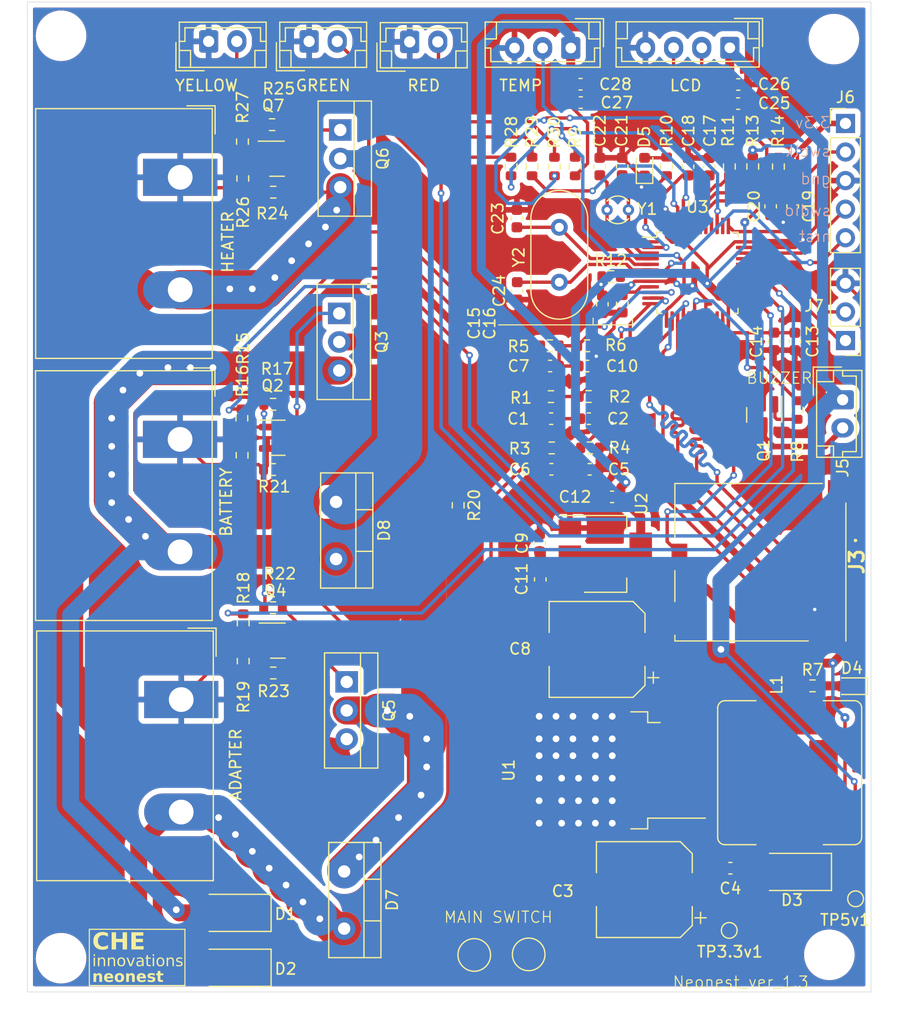
<source format=kicad_pcb>
(kicad_pcb (version 20221018) (generator pcbnew)
  (layers (0 "F.Cu" signal) (31 "B.Cu" signal) (34 "B.Paste" user) (35 "F.Paste" user) (36 "B.SilkS" user "B.Silkscreen") (37 "F.SilkS" user "F.Silkscreen") (38 "B.Mask" user) (39 "F.Mask" user) (44 "Edge.Cuts" user))
  (net 0 "")
  (net 1 "/microcontroller/bat_vadc")
  (net 2 "GND")
  (net 3 "Net-(U1-VIN)")
  (net 4 "/microcontroller/charger_vadc")
  (net 5 "/microcontroller/hpad_vadc")
  (net 6 "+5V")
  (net 7 "+3V3")
  (net 8 "pc14")
  (net 9 "pc15")
  (net 10 "Net-(U3-PD0)")
  (net 11 "Net-(U3-PD1)")
  (net 12 "Net-(D1-K)")
  (net 13 "BAT")
  (net 14 "Charger")
  (net 15 "Net-(D3-K)")
  (net 16 "Net-(D4-A)")
  (net 17 "Net-(D5-A)")
  (net 18 "/Load/charge")
  (net 20 "spi_nss")
  (net 21 "spi_mosi")
  (net 22 "spi_sck")
  (net 23 "spi_miso")
  (net 26 "Card_Detect")
  (net 29 "temp_sensor")
  (net 30 "Net-(J5-Pin_2)")
  (net 31 "swclk")
  (net 32 "swdio")
  (net 33 "nrst")
  (net 34 "dbg_tx")
  (net 35 "dbg_rx")
  (net 36 "lcd_scl")
  (net 37 "lcd_sda")
  (net 38 "load")
  (net 39 "Net-(Q1-B)")
  (net 40 "Net-(Q2-B)")
  (net 41 "Net-(Q2-C)")
  (net 42 "Net-(Q3-D)")
  (net 43 "Net-(Q4-B)")
  (net 44 "Net-(Q4-C)")
  (net 45 "Net-(Q6-G)")
  (net 46 "Net-(Q7-B)")
  (net 47 "buzzer")
  (net 48 "data_led")
  (net 49 "Net-(U3-BOOT0)")
  (net 50 "/Load/charging_pwm")
  (net 51 "/Load/ac_heating_pwm")
  (net 52 "/Load/bat_heating_pwm")
  (net 54 "yellow_led")
  (net 55 "green_led")
  (net 56 "red_led")
  (net 57 "card_detect")
  (net 63 "Net-(D8-K)")
  (net 64 "Net-(U3-PB8)")
  (net 65 "Net-(U3-PB9)")
  (net 68 "Net-(U3-PB3)")
  (footprint "Package_QFP:LQFP-48_7x7mm_P0.5mm" (layer "F.Cu") (at 165.57 75.07)
    (fp_text reference "U3")
    (fp_text value "STM32F103CBTx")
  )
  (footprint "Resistor_SMD:R_0603_1608Metric" (layer "F.Cu") (at 152.55 86.08)
    (fp_text reference "R1")
    (fp_text value "180k/(1%)0.1W")
  )
  (footprint "Capacitor_SMD:CP_Elec_8x10" (layer "F.Cu") (at 156.65 108.55 180)
    (fp_text reference "C8")
    (fp_text value "220uF/10v")
  )
  (footprint "Capacitor_SMD:C_0603_1608Metric" (layer "F.Cu") (at 155.2 59.94)
    (fp_text reference "C27")
    (fp_text value "1nF/50V")
  )
  (footprint "TestPoint:TestPoint_Pad_D1.0mm" (layer "F.Cu") (at 179.63 130.72)
    (fp_text reference "TP5v1")
    (fp_text value "TestPoint")
  )
  (footprint "Capacitor_SMD:CP_Elec_8x10" (layer "F.Cu") (at 160.85 129.9 180)
    (fp_text reference "C3")
    (fp_text value "220uF/63v")
  )
  (footprint "Resistor_SMD:R_0603_1608Metric" (layer "F.Cu") (at 152.615 90.64)
    (fp_text reference "R3")
    (fp_text value "180k/(1%)0.1W")
  )
  (footprint "Diode_SMD:D_SMA" (layer "F.Cu") (at 173.9775 128.33 180)
    (fp_text reference "D3")
    (fp_text value "D_Schottky")
  )
  (footprint "LED_SMD:LED_0603_1608Metric" (layer "F.Cu") (at 179.19 111.82 180)
    (fp_text reference "D4")
    (fp_text value "POWER_LED")
  )
  (footprint "Resistor_SMD:R_0603_1608Metric" (layer "F.Cu") (at 125.09 91.295 90)
    (fp_text reference "R16")
    (fp_text value "10K")
  )
  (footprint "Capacitor_SMD:C_0603_1608Metric" (layer "F.Cu") (at 166.62 65.64 90)
    (fp_text reference "C17")
    (fp_text value "0.1uF/50V")
  )
  (footprint "Resistor_SMD:R_0603_1608Metric" (layer "F.Cu") (at 162.83 65.61 90)
    (fp_text reference "R10")
    (fp_text value "1k/(1%)0.1W")
  )
  (footprint "Resistor_SMD:R_0603_1608Metric" (layer "F.Cu") (at 125.19 109.59 90)
    (fp_text reference "R19")
    (fp_text value "10K")
  )
  (footprint "Capacitor_SMD:C_0603_1608Metric" (layer "F.Cu") (at 155.99 92.54)
    (fp_text reference "C5")
    (fp_text value "0.1uF/50V")
  )
  (footprint "Capacitor_SMD:C_0603_1608Metric" (layer "F.Cu") (at 155.18 58.31)
    (fp_text reference "C28")
    (fp_text value "0.1uF/50V")
  )
  (footprint "Package_TO_SOT_SMD:SOT-23" (layer "F.Cu") (at 128.2775 107.77)
    (fp_text reference "Q4")
    (fp_text value "BC817")
  )
  (footprint "Package_TO_SOT_THT:TO-262-3_Vertical" (layer "F.Cu") (at 133.82 62.38 -90)
    (fp_text reference "Q6")
    (fp_text value "STB33N65M2")
  )
  (footprint "MountingHole:MountingHole_4mm" (layer "F.Cu") (at 109 136)
    (fp_text reference "H4" hide)
    (fp_text value "MountingHole")
  )
  (footprint "Resistor_SMD:R_0603_1608Metric" (layer "F.Cu") (at 125.125 63.41 -90)
    (fp_text reference "R27")
    (fp_text value "10K")
  )
  (footprint "Package_TO_SOT_SMD:TO-263-5_TabPin3" (layer "F.Cu") (at 156.325 119.3 180)
    (fp_text reference "U1")
    (fp_text value "LM2596T-5")
  )
  (footprint "Resistor_SMD:R_0603_1608Metric" (layer "F.Cu") (at 168.41 65.63 90)
    (fp_text reference "R11")
    (fp_text value "10K/0.125W")
  )
  (footprint "Resistor_SMD:R_0603_1608Metric" (layer "F.Cu") (at 150.87 65.62 -90)
    (fp_text reference "R29")
    (fp_text value "10K")
  )
  (footprint "Capacitor_SMD:C_0603_1608Metric" (layer "F.Cu") (at 156.89 65.625 -90)
    (fp_text reference "C22")
    (fp_text value "10pF")
  )
  (footprint "Resistor_SMD:R_0603_1608Metric" (layer "F.Cu") (at 127.84 104.845 180)
    (fp_text reference "R22")
    (fp_text value "1k")
  )
  (footprint "25A_Terminal_Block:TerminalBlock_Dinkle_DT-55-B01X-02_P10.00mm" (layer "F.Cu") (at 114.68 113.01 -90)
    (fp_text reference "ADAPTER")
    (fp_text value "Charger Input")
  )
  (footprint "Capacitor_SMD:C_0603_1608Metric" (layer "F.Cu") (at 172.38 81.1675 -90)
    (fp_text reference "C14")
    (fp_text value "1nF/50V")
  )
  (footprint "Connector_JST:JST_EH_B2B-EH-A_1x02_P2.50mm_Vertical" (layer "F.Cu") (at 131.05 54.5)
    (fp_text reference "GREEN")
    (fp_text value "Conn_01x02")
  )
  (footprint "Package_TO_SOT_THT:TO-262-3_Vertical" (layer "F.Cu") (at 133.73 78.68 -90)
    (fp_text reference "Q3")
    (fp_text value "STB33N65M2")
  )
  (footprint "Resistor_SMD:R_0603_1608Metric" (layer "F.Cu") (at 155.75 81.56)
    (fp_text reference "R6")
    (fp_text value "5.1k/(1%)0.1W")
  )
  (footprint "Connector_PinHeader_2.54mm:PinHeader_1x05_P2.54mm_Vertical" (layer "F.Cu") (at 178.73 61.795)
    (fp_text reference "J6")
    (fp_text value "Conn_01x05")
  )
  (footprint "Resistor_SMD:R_0603_1608Metric" (layer "F.Cu") (at 144.3 95.74 -90)
    (fp_text reference "R20")
    (fp_text value "0R")
  )
  (footprint "25A_Terminal_Block:TerminalBlock_Dinkle_DT-55-B01X-02_P10.00mm" (layer "F.Cu") (at 114.59 66.58 -90)
    (fp_text reference "HEATER")
    (fp_text value "Heating pad")
  )
  (footprint "Resistor_SMD:R_0603_1608Metric" (layer "F.Cu") (at 127.85 86.76 180)
    (fp_text reference "R17")
    (fp_text value "1k")
  )
  (footprint "Resistor_SMD:R_0603_1608Metric" (layer "F.Cu") (at 174.44 87.27 -90)
    (fp_text reference "R8")
    (fp_text value "10K")
  )
  (footprint "MountingHole:MountingHole_4mm" (layer "F.Cu") (at 177.3 135.7)
    (fp_text reference "H3" hide)
    (fp_text value "MountingHole")
  )
  (footprint "Connector_JST:JST_EH_B4B-EH-A_1x04_P2.50mm_Vertical" (layer "F.Cu") (at 168.45 55.07 180)
    (fp_text reference "LCD")
    (fp_text value "Conn_01x04")
  )
  (footprint "neonest_logo:neonest_logo" (layer "F.Cu") (at 111.76 136.43)
    (fp_text reference "REF**" hide)
    (fp_text value "neonest_logo")
  )
  (footprint "Capacitor_SMD:C_0603_1608Metric" (layer "F.Cu") (at 151.6 102.33 -90)
    (fp_text reference "C11")
    (fp_text value "0.1uF/10V")
  )
  (footprint "Resistor_SMD:R_0603_1608Metric" (layer "F.Cu") (at 125.19 106.215 -90)
    (fp_text reference "R18")
    (fp_text value "10K")
  )
  (footprint "Diode_SMD:D_SMA" (layer "F.Cu") (at 124.16 131.97 180)
    (fp_text reference "D1")
    (fp_text value "1N4007")
  )
  (footprint "Resistor_SMD:R_0603_1608Metric" (layer "F.Cu") (at 127.76 61.905 180)
    (fp_text reference "R25")
    (fp_text value "1k")
  )
  (footprint "Resistor_SMD:R_0603_1608Metric" (layer "F.Cu") (at 125.07 88.005 -90)
    (fp_text reference "R15")
    (fp_text value "10K")
  )
  (footprint "Crystal:Crystal_C26-LF_D2.1mm_L6.5mm_Vertical" (layer "F.Cu") (at 157.54 69.4775)
    (fp_text reference "Y1")
    (fp_text value "32.678kHz")
  )
  (footprint "sd_card_holder:sd_card" (layer "F.Cu") (at 171.17 100.8 90)
    (fp_text reference "J3")
    (fp_text value "693071010811" hide)
  )
  (footprint "Capacitor_SMD:C_0603_1608Metric" (layer "F.Cu") (at 174.23 81.1775 -90)
    (fp_text reference "C13")
    (fp_text value "0.1uF/50V")
  )
  (footprint "Resistor_SMD:R_0603_1608Metric" (layer "F.Cu") (at 152.45 81.56)
    (fp_text reference "R5")
    (fp_text value "180k/(1%)0.1W")
  )
  (footprint "Resistor_SMD:R_0603_1608Metric" (layer "F.Cu") (at 175.805 111.79)
    (fp_text reference "R7")
    (fp_text value "1k/(1%)0.1W")
  )
  (footprint "Package_TO_SOT_SMD:SOT-23" (layer "F.Cu") (at 128.2625 89.735)
    (fp_text reference "Q2")
    (fp_text value "BC817")
  )
  (footprint "Resistor_SMD:R_0603_1608Metric" (layer "F.Cu") (at 172.77 65.63 -90)
    (fp_text reference "R14")
    (fp_text value "10K")
  )
  (footprint "Resistor_SMD:R_0603_1608Metric" (layer "F.Cu") (at 155.885 86.07)
    (fp_text reference "R2")
    (fp_text value "10k/(1%)0.1W")
  )
  (footprint "Capacitor_SMD:C_0603_1608Metric" (layer "F.Cu") (at 168.5 128)
    (fp_text reference "C4")
    (fp_text value "1uF/50v")
  )
  (footprint "LED_SMD:LED_0603_1608Metric" (layer "F.Cu") (at 160.87 65.6375 90)
    (fp_text reference "D5")
    (fp_text value "send ok")
  )
  (footprint "Connector_JST:JST_EH_B2B-EH-A_1x02_P2.50mm_Vertical" (layer "F.Cu") (at 122.12 54.5)
    (fp_text reference "YELLOW")
    (fp_text value "Conn_01x02")
  )
  (footprint "Capacitor_SMD:C_0603_1608Metric" (layer "F.Cu") (at 157.985 94.99 180)
    (fp_text reference "C12")
    (fp_text value "1uF/50V")
  )
  (footprint "Capacitor_SMD:C_0603_1608Metric" (layer "F.Cu") (at 152.59 92.54 180)
    (fp_text reference "C6")
    (fp_text value "1nF/50V")
  )
  (footprint "Package_TO_SOT_THT:TO-220-2_Vertical" (layer "F.Cu") (at 133.445 95.44 -90)
    (fp_text reference "D8")
    (fp_text value "STTH2002D")
  )
  (footprint "Diode_SMD:D_SMA" (layer "F.Cu") (at 124.16 136.85 180)
    (fp_text reference "D2")
    (fp_text value "1N4007")
  )
  (footprint "Resistor_SMD:R_0603_1608Metric" (layer "F.Cu") (at 127.86 67.905)
    (fp_text reference "R24")
    (fp_text value "10K")
  )
  (footprint "Capacitor_SMD:C_0603_1608Metric" (layer "F.Cu") (at 174.04 69.1675 -90)
    (fp_text reference "C19")
    (fp_text value "0.1uF/50V")
  )
  (footprint "Capacitor_SMD:C_0603_1608Metric" (layer "F.Cu") (at 155.775 83.36)
    (fp_text reference "C10")
    (fp_text value "1nF/50V")
  )
  (footprint "Resistor_SMD:R_0603_1608Metric" (layer "F.Cu") (at 156.015 90.64)
    (fp_text reference "R4")
    (fp_text value "5.1k/(1%)0.1W")
  )
  (footprint "Crystal:Crystal_HC49-4H_Vertical" (layer "F.Cu") (at 153.29 71.0275 -90)
    (fp_text reference "Y2")
    (fp_text value "8Mhz")
  )
  (footprint "Package_TO_SOT_SMD:SOT-23" (layer "F.Cu") (at 128.1975 64.93)
    (fp_text reference "Q7")
    (fp_text value "BC817")
  )
  (footprint "Capacitor_SMD:C_0603_1608Metric" (layer "F.Cu") (at 149.52 70.25 -90)
    (fp_text reference "C23")
    (fp_text value "18pF/50V")
  )
  (footprint "TestPoint:TestPoint_Pad_D2.5mm" (layer "F.Cu") (at 150.57 135.66)
    (fp_text reference "TP2" hide)
    (fp_text value "TestPoint")
  )
  (footprint "Capacitor_SMD:C_0603_1608Metric" (layer "F.Cu") (at 149.55 76.68 90)
    (fp_text reference "C24")
    (fp_text value "18pF/50V")
  )
  (footprint "Resistor_SMD:R_0603_1608Metric" (layer "F.Cu") (at 152.86 65.63 -90)
    (fp_text reference "R30")
    (fp_text value "10K")
  )
  (footprint "Package_TO_SOT_THT:TO-262-3_Vertical" (layer "F.Cu") (at 134.39 111.44 -90)
    (fp_text reference "Q5")
    (fp_text value "STB33N65M2")
  )
  (footprint "TestPoint:TestPoint_Pad_D2.5mm" (layer "F.Cu") (at 145.73 135.71)
    (fp_text reference "TP1" hide)
    (fp_text value "TestPoint")
  )
  (footprint "Capacitor_SMD:C_0603_1608Metric" (layer "F.Cu") (at 164.74 65.64 90)
    (fp_text reference "C18")
    (fp_text value "1nF/50V")
  )
  (footprint "Capacitor_SMD:C_0603_1608Metric" (layer "F.Cu") (at 152.57 88.04 180)
    (fp_text reference "C1")
    (fp_text value "1nF/10V")
  )
  (footprint "Connector_JST:JST_EH_B3B-EH-A_1x03_P2.50mm_Vertical" (layer "F.Cu") (at 154.31 55.09 180)
    (fp_text reference "TEMP")
    (fp_text value "Conn_01x03")
  )
  (footprint "Capacitor_SMD:C_0603_1608Metric" (layer "F.Cu") (at 172.08 69.1675 -90)
    (fp_text reference "C20")
    (fp_text value "1uF/50V")
  )
  (footprint "Package_TO_SOT_SMD:SOT-223-3_TabPin2" (layer "F.Cu") (at 157.38 100.06)
    (fp_text reference "U2")
    (fp_text value "LM1117-3.3")
  )
  (footprint "Capacitor_SMD:C_0603_1608Metric" (layer "F.Cu") (at 152.475 83.36 180)
    (fp_text reference "C7")
    (fp_text value "0.1uF/50V")
  )
  (footprint "Capacitor_SMD:C_0603_1608Metric" (layer "F.Cu") (at 158.88 65.625 -90)
    (fp_text reference "C21")
    (fp_text value "10pF")
  )
  (footprint "Capacitor_SMD:C_0603_1608Metric" (layer "F.Cu") (at 158.89 77.82 -90)
    (fp_text reference "C16")
    (fp_text value "1uF/50V")
  )
  (footprint "Resistor_SMD:R_0603_1608Metric" (layer "F.Cu") (at 157.9 75.41 180)
    (fp_text reference "R12")
    (fp_text value "10K/0.125W")
  )
  (footprint "Resistor_SMD:R_0603_1608Metric" (layer "F.Cu") (at 149 65.62 -90)
    (fp_text reference "R28")
    (fp_text value "10K")
  )
  (footprint "25A_Terminal_Block:TerminalBlock_Dinkle_DT-55-B01X-02_P10.00mm" (layer "F.Cu") (at 114.5775 89.88 -90)
    (fp_text reference "BATTERY")
    (fp_text value "Battery Input")
  )
  (footprint "Resistor_SMD:R_0603_1608Metric" (layer "F.Cu") (at 127.825 92.56)
    (fp_text reference "R21")
    (fp_text value "10K")
  )
  (footprint "Capacitor_SMD:C_0603_1608Metric" (layer "F.Cu") (at 169.201 58.33)
    (fp_text reference "C26")
    (fp_text value "0.1uF/50V")
  )
  (footprint "Inductor_SMD:L_Bourns_SRR1260" (layer "F.Cu") (at 173.77 119.51 90)
    (fp_text reference "L1")
    (fp_text value "470uH")
  )
  (footprint "Resistor_SMD:R_0603_1608Metric" (layer "F.Cu") (at 125.155 66.685 90)
    (fp_text reference "R26")
    (fp_text value "10K")
  )
  (footprint "Capacitor_SMD:C_0603_1608Metric" (layer "F.Cu") (at 157.12 77.87 -90)
    (fp_text reference "C15")
    (fp_text value "0.1uF/50V")
  )
  (footprint "Capacitor_SMD:C_0603_1608Metric" (layer "F.Cu") (at 169.185 60.03)
    (fp_text reference "C25")
    (fp_text value "1nF/50V")
  )
  (footprint "Connector_PinHeader_2.54mm:PinHeader_1x03_P2.54mm_Vertical" (layer "F.Cu") (at 178.73 81.09 180)
    (fp_text reference "J7")
    (fp_text value "Conn_01x03")
  )
  (footprint "Connector_JST:JST_EH_B2B-EH-A_1x02_P2.50mm_Vertical" (layer "F.Cu") (at 139.99 54.54)
    (fp_text reference "RED")
    (fp_text value "Conn_01x02")
  )
  (footprint "MountingHole:MountingHole_4mm" (layer "F.Cu") (at 177.7 54.3)
    (fp_text reference "H1" hide)
    (fp_text value "MountingHole")
  )
  (footprint "Resistor_SMD:R_0603_1608Metric" (layer "F.Cu") (at 127.865 110.645)
    (fp_text reference "R23")
    (fp_text value "10K")
  )
  (footprint "Resistor_SMD:R_0603_1608Metric" (layer "F.Cu") (at 170.49 65.625 -90)
    (fp_text reference "R13")
    (fp_text value "10K")
  )
  (footprint "Capacitor_SMD:C_0603_1608Metric" (layer "F.Cu") (at 151.54 99.085 90)
    (fp_text reference "C9")
    (fp_text value "1uF/10v")
  )
  (footprint "MountingHole:MountingHole_4mm" (layer "F.Cu") (at 109 54)
    (fp_text reference "H2" hide)
    (fp_text value "MountingHole")
  )
  (footprint "Package_TO_SOT_SMD:SOT-23" (layer "F.Cu") (at 171.51 87.7075 -90)
    (fp_text reference "Q1")
    (fp_text value "BC817")
  )
  (footprint "Connector_JST:JST_EH_B2B-EH-A_1x02_P2.50mm_Vertical" (layer "F.Cu") (at 178.48 86.36 -90)
    (fp_text reference "J5")
    (fp_text value "Conn_01x02")
  )
  (footprint "Package_TO_SOT_THT:TO-220-2_Vertical" (layer "F.Cu") (at 134.165 128.29 -90)
    (fp_text reference "D7")
    (fp_text value "STTH2002D")
  )
  (footprint "TestPoint:TestPoint_Pad_D1.0mm" (layer "F.Cu") (at 168.4 133.53)
    (fp_text reference "TP3.3v1")
    (fp_text value "TestPoint")
  )
  (footprint "Capacitor_SMD:C_0603_1608Metric" (layer "F.Cu") (at 155.92 88.04)
    (fp_text reference "C2")
    (fp_text value "0.1uF/10V")
  )
  (footprint "Resistor_SMD:R_0603_1608Metric" (layer "F.Cu") (at 154.7 65.625 90)
    (fp_text reference "R9")
    (fp_text value "4.7K")
  )
  (gr_line (start 156.3 79.7) (end 147.9 79.7) (stroke (width 0.1)) (layer "F.SilkS"))
  (gr_line (start 156.3 79.7) (end 159.8 79.7) (stroke (width 0.1)) (layer "F.SilkS"))
  (gr_line (start 156.3 79.4) (end 156.3 79.7) (stroke (width 0.1)) (layer "F.SilkS"))
  (gr_line (start 159.8 79.7) (end 159.8 79.1) (stroke (width 0.1)) (layer "F.SilkS"))
  (gr_line (start 156.3 79.4) (end 156.3 79.1) (stroke (width 0.1)) (layer "F.SilkS"))
  (gr_line (start 106 51) (end 181 51) (stroke (width 0.05)) (layer "Edge.Cuts"))
  (gr_line (start 181 51) (end 181 139) (stroke (width 0.05)) (layer "Edge.Cuts"))
  (gr_line (start 181 139) (end 106 139) (stroke (width 0.05)) (layer "Edge.Cuts"))
  (gr_line (start 106 139) (end 106 51) (stroke (width 0.05)) (layer "Edge.Cuts"))
  (gr_text "swdio" (at 177.5 70.12) (layer "B.SilkS") (effects (font (size 1 1) (thickness 0.1)) (justify left bottom mirror)))
  (gr_text "gnd" (at 177.5 67.29) (layer "B.SilkS") (effects (font (size 1 1) (thickness 0.1)) (justify left bottom mirror)))
  (gr_text "nrst" (at 177.54 72.42) (layer "B.SilkS") (effects (font (size 1 1) (thickness 0.1)) (justify left bottom mirror)))
  (gr_text "3.3v" (at 177.45 62.31) (layer "B.SilkS") (effects (font (size 1 1) (thickness 0.1)) (justify left bottom mirror)))
  (gr_text "swclk" (at 177.46 64.84) (layer "B.SilkS") (effects (font (size 1 1) (thickness 0.1)) (justify left bottom mirror)))
  (gr_text "BUZZER\n" (at 169.86 85.02) (layer "F.SilkS") (effects (font (size 1 1) (thickness 0.1)) (justify left bottom)))
  (gr_text "Neonest_ver_1.3" (at 163.31 138.71) (layer "F.SilkS") (effects (font (size 1 1) (thickness 0.1)) (justify left bottom)))
  (gr_text "MAIN SWITCH" (at 142.97 132.94) (layer "F.SilkS") (effects (font (size 1 1) (thickness 0.1)) (justify left bottom)))
  (segment (start 153.375 86.08) (end 153.375 88.01) (width 0.3) (layer "F.Cu") (net 1))
  (segment (start 155.06 86.07) (end 156.11 85.02) (width 0.3) (layer "F.Cu") (net 1))
  (segment (start 162.476201 77.32) (end 161.4075 77.32) (width 0.3) (layer "F.Cu") (net 1))
  (segment (start 155.06 86.07) (end 153.385 86.07) (width 0.3) (layer "F.Cu") (net 1))
  (segment (start 156.11 85.02) (end 157.76 85.02) (width 0.3) (layer "F.Cu") (net 1))
  (segment (start 153.345 88.04) (end 155.145 88.04) (width 0.3) (layer "F.Cu") (net 1))
  (segment (start 158.8 83.98) (end 158.8 80.12) (width 0.3) (layer "F.Cu") (net 1))
  (segment (start 157.76 85.02) (end 158.8 83.98) (width 0.3) (layer "F.Cu") (net 1))
  (segment (start 162.739604 77.583403) (end 162.476201 77.32) (width 0.3) (layer "F.Cu") (net 1))
  (via (at 158.8 80.12) (size 0.6) (drill 0.3) (layers "F.Cu" "B.Cu") (net 1))
  (via (at 162.739604 77.583403) (size 0.6) (drill 0.3) (layers "F.Cu" "B.Cu") (net 1))
  (segment (start 162.376597 77.583403) (end 159.84 80.12) (width 0.3) (layer "B.Cu") (net 1))
  (segment (start 159.84 80.12) (end 158.8 80.12) (width 0.3) (layer "B.Cu") (net 1))
  (segment (start 162.739604 77.583403) (end 162.376597 77.583403) (width 0.3) (layer "B.Cu") (net 1))
  (segment (start 160 75.82) (end 161.4075 75.82) (width 0.3) (layer "F.Cu") (net 2))
  (segment (start 156.575 82.49) (end 156.575 83.335) (width 0.3) (layer "F.Cu") (net 2))
  (segment (start 163.32 70.9075) (end 163.32 70.01) (width 0.3) (layer "F.Cu") (net 2))
  (segment (start 127.325 92.235) (end 127 92.56) (width 0.3) (layer "F.Cu") (net 2))
  (segment (start 119.68 113.01) (end 122.275 110.415) (width 0.3) (layer "F.Cu") (net 2))
  (segment (start 156.84 90.64) (end 156.84 92.465) (width 0.3) (layer "F.Cu") (net 2))
  (segment (start 151.5 116.5) (end 153 116.5) (width 1) (layer "F.Cu") (net 2))
  (segment (start 156.695 88.04) (end 157.58 88.04) (width 0.3) (layer "F.Cu") (net 2))
  (segment (start 153.5 124) (end 155 124) (width 3) (layer "F.Cu") (net 2))
  (segment (start 156.5 116.5) (end 157.25 116.525) (width 1) (layer "F.Cu") (net 2))
  (segment (start 158 120) (end 156.5 120) (width 1) (layer "F.Cu") (net 2))
  (segment (start 160.87 66.425) (end 160.455 66.425) (width 0.3) (layer "F.Cu") (net 2))
  (segment (start 153 114.5) (end 153.4 114.9) (width 1) (layer "F.Cu") (net 2))
  (segment (start 163.335 63.46) (end 160.27 63.46) (width 0.3) (layer "F.Cu") (net 2))
  (segment (start 169.605 128.33) (end 169.275 128) (width 0.8) (layer "F.Cu") (net 2))
  (segment (start 156.765 92.54) (end 156.765 93.105) (width 0.3) (layer "F.Cu") (net 2))
  (segment (start 163.32 70.01) (end 162.71 69.4) (width 0.3) (layer "F.Cu") (net 2))
  (segment (start 158 122) (end 156.5 122) (width 3) (layer "F.Cu") (net 2))
  (segment (start 155.64 84.68) (end 152.52 84.68) (width 0.3) (layer "F.Cu") (net 2))
  (segment (start 167.23312 80.66) (end 166.69 80.66) (width 0.3) (layer "F.Cu") (net 2))
  (segment (start 157.17 78.595) (end 157.12 78.645) (width 0.3) (layer "F.Cu") (net 2))
  (segment (start 151.7 83.86) (end 151.7 83.36) (width 0.3) (layer "F.Cu") (net 2))
  (segment (start 156.575 83.335) (end 156.55 83.36) (width 0.3) (layer "F.Cu") (net 2))
  (segment (start 174.22 81.9425) (end 174.23 81.9525) (width 0.3) (layer "F.Cu") (net 2))
  (segment (start 166.32 80.29) (end 166.32 79.2325) (width 0.3) (layer "F.Cu") (net 2))
  (segment (start 158 116.5) (end 156.5 116.5) (width 1) (layer "F.Cu") (net 2))
  (segment (start 150.74 78.645) (end 149.55 77.455) (width 0.3) (layer "F.Cu") (net 2))
  (segment (start 148.585 69.475) (end 149.52 69.475) (width 0.3) (layer "F.Cu") (net 2))
  (segment (start 122.275 110.415) (end 125.19 110.415) (width 0.3) (layer "F.Cu") (net 2))
  (segment (start 167.82 79.2325) (end 167.82 80.07312) (width 0.3) (layer "F.Cu") (net 2))
  (segment (start 152.52 84.68) (end 151.7 83.86) (width 0.3) (layer "F.Cu") (net 2))
  (segment (start 166.32 77.43) (end 165.12 76.23) (width 0.3) (layer "F.Cu") (net 2))
  (segment (start 168.35 64.865) (end 168.41 64.805) (width 0.3) (layer "F.Cu") (net 2))
  (segment (start 126.81 110.415) (end 127.04 110.645) (width 0.3) (layer "F.Cu") (net 2))
  (segment (start 157.21 94.99) (end 156.82 94.99) (width 0.3) (layer "F.Cu") (net 2))
  (segment (start 167.82 80.07312) (end 167.23312 80.66) (width 0.3) (layer "F.Cu") (net 2))
  (segment (start 157.6 129.9) (end 157.6 124.4) (width 3) (layer "F.Cu") (net 2))
  (segment (start 170.56 85.56) (end 167.5 82.5) (width 0.3) (layer "F.Cu") (net 2))
  (segment (start 163.975 115.9) (end 157.875 115.9) (width 1) (layer "F.Cu") (net 2))
  (segment (start 179.66 82.7) (end 180.35 82.01) (width 0.3) (layer "F.Cu") (net 2))
  (segment (start 127.325 90.685) (end 127.325 92.235) (width 0.3) (layer "F.Cu") (net 2))
  (segment (start 125.09 92.12) (end 126.56 92.12) (width 0.3) (layer "F.Cu") (net 2))
  (segment (start 158.88 64.85) (end 156.89 64.85) (width 0.3) (layer "F.Cu") (net 2))
  (segment (start 157.92 90.47) (end 157.01 90.47) (width 0.3) (layer "F.Cu") (net 2))
  (segment (start 127.34 110.345) (end 127.04 110.645) (width 0.3) (layer "F.Cu") (net 2))
  (segment (start 152.68 94.02) (end 151.815 93.155) (width 0.3) (layer "F.Cu") (net 2))
  (segment (start 174.27 72.82) (end 174.955 72.135) (width 0.3) (layer "F.Cu") (net 2))
  (segment (start 151.795 88.415) (end 151.795 88.04) (width 0.3) (layer "F.Cu") (net 2))
  (segment (start 157.6 122.425) (end 158 122.825) (width 3) (layer "F.Cu") (net 2))
  (segment (start 125.155 67.51) (end 120.52 67.51) (width 0.3) (layer "F.Cu") (net 2))
  (segment (start 160.6 67.45) (end 160.6 66.695) (width 0.3) (layer "F.Cu") (net 2))
  (segment (start 157.6 123.6) (end 157.6 122.425) (width 3) (layer "F.Cu") (net 2))
  (segment (start 180.35 77.63) (end 178.73 76.01) (width 0.3) (layer "F.Cu") (net 2))
  (segment (start 120.52 67.51) (end 119.59 66.58) (width 0.3) (layer "F.Cu") (net 2))
  (segment (start 157.58 88.04) (end 157.98 88.44) (width 0.3) (layer "F.Cu") (net 2))
  (segment (start 127.26 67.68) (end 127.035 67.905) (width 0.3) (layer "F.Cu") (net 2))
  (segment (start 155.85 94.02) (end 152.68 94.02) (width 0.3) (layer "F.Cu") (net 2))
  (segment (start 147.86 70.2) (end 148.585 69.475) (width 0.3) (layer "F.Cu") (net 2))
  (segment (start 163.975 119.3) (end 158 120) (width 1) (layer "F.Cu") (net 2))
  (segment (start 151.815 93.155) (end 151.815 92.54) (width 0.3) (layer "F.Cu") (net 2))
  (segment (start 167.5 80.92688) (end 167.23312 80.66) (width 0.3) (layer "F.Cu") (net 2))
  (segment (start 175.36 104.36) (end 176 105) (width 0.3) (layer "F.Cu") (net 2))
  (segment (start 158 124) (end 157.6 123.6) (width 3) (layer "F.Cu") (net 2))
  (segment (start 151.5 122) (end 151.5 124) (width 3) (layer "F.Cu") (net 2))
  (segment (start 157.12 78.645) (end 150.74 78.645) (width 0.3) (layer "F.Cu") (net 2))
  (segment (start 121.8175 92.12) (end 119.5775 89.88) (width 0.3) (layer "F.Cu") (net 2))
  (segment (start 157.6 124.4) (end 158 124) (width 3) (layer "F.Cu") (net 2))
  (segment (start 156.5 124) (end 157.175 122) (width 3) (layer "F.Cu") (net 2))
  (segment (start 168.51562 81.9425) (end 167.5 80.92688) (width 0.3) (layer "F.Cu") (net 2))
  (segment (start 169.976 58.33) (end 169.976 60.014) (width 0.3) (layer "F.Cu") (net 2))
  (segment (start 156.5 122) (end 155 122) (width 3) (layer "F.Cu") (net 2))
  (segment (start 158.15 79.985) (end 158.15 79.335) (width 0.3) (layer "F.Cu") (net 2))
  (segment (start 155 124) (end 156.5 124) (width 3) (layer "F.Cu") (net 2))
  (segment (start 156.71 88.025) (end 156.695 88.04) (width 0.3) (layer "F.Cu") (net 2))
  (segment (start 153.5 122) (end 151.5 122) (width 3) (layer "F.Cu") (net 2))
  (segment (start 163.73 76.04) (end 163.51 75.82) (width 0.3) (layer "F.Cu") (net 2))
  (segment (start 157.01 90.47) (end 156.84 90.64) (width 0.3) (layer "F.Cu") (net 2))
  (segment (start 172.95 69.9425) (end 172.95 70.33) (width 0.3) (layer "F.Cu") (net 2))
  (segment (start 171.9775 128.33) (end 169.605 128.33) (width 0.8) (layer "F.Cu") (net 2))
  (segment (start 153.4 115.525) (end 151.5 116.5) (width 1) (layer "F.Cu") (net 2))
  (segment (start 155 122) (end 153.5 122) (width 3) (layer "F.Cu") (net 2))
  (segment (start 125.19 110.415) (end 126.81 110.415) (width 0.3) (layer "F.Cu") (net 2))
  (segment (start 157.875 115.9) (end 158 116.5) (width 1) (layer "F.Cu") (net 2))
  (segment (start 156.82 94.99) (end 155.85 94.02) (width 0.3) (layer "F.Cu") (net 2))
  (segment (start 172.95 69.9425) (end 174.04 69.9425) (width 0.3) (layer "F.Cu") (net 2))
  (segment (start 174.955 72.135) (end 176.74 70.35) (width 0.3) (layer "F.Cu") (net 2))
  (segment (start 156.55 83.77) (end 155.64 84.68) (width 0.3) (layer "F.Cu") (net 2))
  (segment (start 155.975 58.33) (end 155.955 58.31) (width 0.3) (layer "F.Cu") (net 2))
  (segment (start 178.73 66.875) (end 176.74 68.865) (width 0.3) (layer "F.Cu") (net 2))
  (segment (start 163.51 75.82) (end 161.4075 75.82) (width 0.3) (layer "F.Cu") (net 2))
  (segment (start 156.575 81.56) (end 156.575 82.49) (width 0.3) (layer "F.Cu") (net 2))
  (segment (start 153.4 108.55) (end 153.4 114.1) (width 1) (layer "F.Cu") (net 2))
  (segment (start 156.695 88.04) (end 156.695 88.465) (width 0.3) (layer "F.Cu") (net 2))
  (segment (start 147.86 76.19) (end 147.86 70.2) (width 0.3) (layer "F.Cu") (net 2))
  (segment (start 127.26 65.88) (end 127.26 67.68) (width 0.3) (layer "F.Cu") (net 2))
  (segment (start 169.7325 72.82) (end 174.27 72.82) (width 0.3) (layer "F.Cu") (net 2))
  (segment (start 172.08 69.9425) (end 172.95 69.9425) (width 0.3) (layer "F.Cu") (net 2))
  (segment (start 169.976 60.014) (end 169.96 60.03) (width 0.3) (layer "F.Cu") (net 2))
  (segment (start 166.32 79.2325) (end 166.32 77.43) (width 0.3) (layer "F.Cu") (net 2))
  (segment (start 172.38 81.9425) (end 168.51562 81.9425) (width 0.3) (layer "F.Cu") (net 2))
  (segment (start 153.4 114.9) (end 153.4 115.525) (width 1) (layer "F.Cu") (net 2))
  (segment (start 126.64 67.51) (end 127.035 67.905) (width 0.3) (layer "F.Cu") (net 2))
  (segment (start 156.765 93.105) (end 155.85 94.02) (width 0.3) (layer "F.Cu") (net 2))
  (segment (start 174.47 104.36) (end 175.36 104.36) (width 0.3) (layer "F.Cu") (net 2))
  (segment (start 156.575 81.56) (end 158.15 79.985) (width 0.3) (layer "F.Cu") (net 2))
  (segment (start 149.55 77.455) (end 149.125 77.455) (width 0.3) (layer "F.Cu") (net 2))
  (segment (start 164.74 64.865) (end 163.335 63.46) (width 0.3) (layer "F.Cu") (net 2))
  (segment (start 156.55 83.36) (end 156.55 83.77) (width 0.3) (layer "F.Cu") (net 2))
  (segment (start 158.15 79.335) (end 158.89 78.595) (width 0.3) (layer "F.Cu") (net 2))
  (segment (start 158 122.825) (end 158 122) (width 3) (layer "F.Cu") (net 2))
  (segment (start 167.5 82.5) (end 167.5 80.92688) (width 0.3) (layer "F.Cu") (net 2))
  (segment (start 159.68 76.14) (end 160 75.82) (width 0.3) (layer "F.Cu") (net 2))
  (segment (start 156.695 88.465) (end 155.89 89.27) (width 0.3) (layer "F.Cu") (net 2))
  (segment (start 166.69 80.66) (end 166.32 80.29) (width 0.3) (layer "F.Cu") (net 2))
  (segment (start 126.56 92.12) (end 127 92.56) (width 0.3) (layer "F.Cu") (net 2))
  (segment (start 156.84 92.465) (end 156.765 92.54) (width 0.3) (layer "F.Cu") (net 2))
  (segment (start 160.455 66.425) (end 158.88 64.85) (width 0.3) (layer "F.Cu") (net 2))
  (segment (start 156.71 86.07) (end 156.71 88.025) (width 0.3) (layer "F.Cu") (net 2))
  (segment (start 176.74 70.35) (end 176.74 68.865) (width 0.3) (layer "F.Cu") (net 2))
  (segment (start 160.6 66.695) (end 160.87 66.425) (width 0.3) (layer "F.Cu") (net 2))
  (segment (start 172.38 81.9425) (end 174.22 81.9425) (width 0.3) (layer "F.Cu") (net 2))
  (segment (start 174.23 81.9525) (end 174.9775 82.7) (width 0.3) (layer "F.Cu") (net 2))
  (segment (start 151.5 124) (end 153.5 124) (width 3) (layer "F.Cu") (net 2))
  (segment (start 155.89 89.27) (end 152.65 89.27) (width 0.3) (layer "F.Cu") (net 2))
  (segment (start 152.65 89.27) (end 151.795 88.415) (width 0.3) (layer "F.Cu") (net 2))
  (segment (start 170.56 86.77) (end 170.56 85.56) (width 0.3) (layer "F.Cu") (net 2))
  (segment (start 172.95 70.33) (end 173.2 70.58) (width 0.3) (layer "F.Cu") (net 2))
  (segment (start 127.34 108.72) (end 127.34 110.345) (width 0.3) (layer "F.Cu") (net 2))
  (segment (start 153 116.5) (end 152.4 116.525) (width 1) (layer "F.Cu") (net 2))
  (segment (start 125.155 67.51) (end 126.64 67.51) (width 0.3) (layer "F.Cu") (net 2))
  (segment (start 149.125 77.455) (end 147.86 76.19) (width 0.3) (layer "F.Cu") (net 2))
  (segment (start 155 120) (end 154.825 119.3) (width 1) (layer "F.Cu") (net 2))
  (segment (start 164.74 64.865) (end 168.35 64.865) (width 0.3) (layer "F.Cu") (net 2))
  (segment (start 125.09 92.12) (end 121.8175 92.12) (width 0.3) (layer "F.Cu") (net 2))
  (segment (start 153.4 114.1) (end 153 114.5) (width 1) (layer "F.Cu") (net 2))
  (segment (start 160.27 63.46) (end 158.88 64.85) (width 0.3) (layer "F.Cu") (net 2))
  (segment (start 158.89 78.595) (end 157.17 78.595) (width 0.3) (layer "F.Cu") (net 2))
  (segment (start 180.35 82.01) (end 180.35 77.63) (width 0.3) (layer "F.Cu") (net 2))
  (segment (start 155.975 59.94) (end 155.975 58.33) (width 0.3) (layer "F.Cu") (net 2))
  (segment (start 157.175 122) (end 157.25 122.075) (width 3) (layer "F.Cu") (net 2))
  (segment (start 156.5 120) (end 155 120) (width 1) (layer "F.Cu") (net 2))
  (segment (start 174.9775 82.7) (end 179.66 82.7) (width 0.3) (layer "F.Cu") (net 2))
  (via (at 154.5 114.5) (size 1) (drill 0.6) (layers "F.Cu" "B.Cu") (net 2))
  (via (at 158 114.5) (size 1) (drill 0.6) (layers "F.Cu" "B.Cu") (net 2))
  (via (at 155 122) (size 1) (drill 0.6) (layers "F.Cu" "B.Cu") (net 2))
  (via (at 162.71 69.4) (size 0.6) (drill 0.3) (layers "F.Cu" "B.Cu") (net 2))
  (via (at 154.5 118) (size 1) (drill 0.6) (layers "F.Cu" "B.Cu") (net 2))
  (via (at 156.575 82.49) (size 0.6) (drill 0.3) (layers "F.Cu" "B.Cu") (net 2))
  (via (at 160.6 67.45) (size 0.6) (drill 0.3) (layers "F.Cu" "B.Cu") (net 2))
  (via (at 158 118) (size 1) (drill 0.6) (layers "F.Cu" "B.Cu") (net 2))
  (via (at 159.68 76.14) (size 0.6) (drill 0.3) (layers "F.Cu" "B.Cu") (net 2))
  (via (at 158 116.5) (size 1) (drill 0.6) (layers "F.Cu" "B.Cu") (net 2))
  (via (at 156.5 122) (size 1) (drill 0.6) (layers "F.Cu" "B.Cu") (net 2))
  (via (at 173.2 70.58) (size 0.6) (drill 0.3) (layers "F.Cu" "B.Cu") (net 2))
  (via (at 151.5 122) (size 1) (drill 0.6) (layers "F.Cu" "B.Cu") (net 2))
  (via (at 151.5 124) (size 1) (drill 0.6) (layers "F.Cu" "B.Cu") (net 2))
  (via (at 154.5 116.5) (size 1) (drill 0.6) (layers "F.Cu" "B.Cu") (net 2))
  (via (at 156.5 118) (size 1) (drill 0.6) (layers "F.Cu" "B.Cu") (net 2))
  (via (at 158 122) (size 1) (drill 0.6) (layers "F.Cu" "B.Cu") (net 2))
  (via (at 153.5 124) (size 1) (drill 0.6) (layers "F.Cu" "B.Cu") (net 2))
  (via (at 156.5 114.5) (size 1) (drill 0.6) (layers "F.Cu" "B.Cu") (net 2))
  (via (at 163.73 76.04) (size 0.6) (drill 0.3) (layers "F.Cu" "B.Cu") (net 2))
  (via (at 165.12 76.23) (size 0.6) (drill 0.3) (layers "F.Cu" "B.Cu") (net 2))
  (via (at 158 120) (size 1) (drill 0.6) (layers "F.Cu" "B.Cu") (net 2))
  (via (at 151.5 120) (size 1) (drill 0.6) (layers "F.Cu" "B.Cu") (net 2))
  (via (at 156.5 124) (size 1) (drill 0.6) (layers "F.Cu" "B.Cu") (net 2))
  (via (at 153 114.5) (size 1) (drill 0.6) (layers "F.Cu" "B.Cu") (net 2))
  (via (at 176 105) (size 0.6) (drill 0.3) (layers "F.Cu" "B.Cu") (net 2))
  (via (at 158 124) (size 1) (drill 0.6) (layers "F.Cu" "B.Cu") (net 2))
  (via (at 156.5 120) (size 1) (drill 0.6) (layers "F.Cu" "B.Cu") (net 2))
  (via (at 156.5 116.5) (size 1) (drill 0.6) (layers "F.Cu" "B.Cu") (net 2))
  (via (at 151.5 116.5) (size 1) (drill 0.6) (layers "F.Cu" "B.Cu") (net 2))
  (via (at 155 120) (size 1) (drill 0.6) (layers "F.Cu" "B.Cu") (net 2))
  (via (at 174.955 72.135) (size 0.6) (drill 0.3) (layers "F.Cu" "B.Cu") (net 2))
  (via (at 153 116.5) (size 1) (drill 0.6) (layers "F.Cu" "B.Cu") (net 2))
  (via (at 153.5 122) (size 1) (drill 0.6) (layers "F.Cu" "B.Cu") (net 2))
  (via (at 151.5 114.5) (size 1) (drill 0.6) (layers "F.Cu" "B.Cu") (net 2))
  (via (at 155 124) (size 1) (drill 0.6) (layers "F.Cu" "B.Cu") (net 2))
  (via (at 153 118) (size 1) (drill 0.6) (layers "F.Cu" "B.Cu") (net 2))
  (via (at 157.98 88.44) (size 0.6) (drill 0.3) (layers "F.Cu" "B.Cu") (net 2))
  (via (at 157.92 90.47) (size 0.6) (drill 0.3) (layers "F.Cu" "B.Cu") (net 2))
  (via (at 153.5 120) (size 1) (drill 0.6) (layers "F.Cu" "B.Cu") (net 2))
  (via (at 151.5 118) (size 1) (drill 0.6) (layers "F.Cu" "B.Cu") (net 2))
  (segment (start 157.98 90.41) (end 157.92 90.47) (width 0.3) (layer "B.Cu") (net 2))
  (segment (start 162.71 69.4) (end 162.55 69.4) (width 0.3) (layer "B.Cu") (net 2))
  (segment (start 156.575 78.785) (end 156.575 82.49) (width 0.3) (layer "B.Cu") (net 2))
  (segment (start 165.12 76.23) (end 163.92 76.23) (width 0.3) (layer "B.Cu") (net 2))
  (segment (start 162.55 69.4) (end 160.6 67.45) (width 0.3) (layer "B.Cu") (net 2))
  (segment (start 157.98 83.895) (end 156.575 82.49) (width 0.3) (layer "B.Cu") (net 2))
  (segment (start 159.22 76.14) (end 156.575 78.785) (width 0.3) (layer "B.Cu") (net 2))
  (segment (start 157.98 88.44) (end 157.98 83.895) (width 0.3) (layer "B.Cu") (net 2))
  (segment (start 163.92 76.23) (end 163.73 76.04) (width 0.3) (layer "B.Cu") (net 2))
  (segment (start 159.68 76.14) (end 159.22 76.14) (width 0.3) (layer "B.Cu") (net 2))
  (segment (start 173.2 70.58) (end 173.4 70.58) (width 0.3) (layer "B.Cu") (net 2))
  (segment (start 157.98 88.44) (end 157.98 90.41) (width 0.3) (layer "B.Cu") (net 2))
  (segment (start 173.4 70.58) (end 174.955 72.135) (width 0.3) (layer "B.Cu") (net 2))
  (segment (start 166 128) (end 164.1 129.9) (width 1.5) (layer "F.Cu") (net 3))
  (segment (start 164.1 129.9) (end 164.1 122.825) (width 1.5) (layer "F.Cu") (net 3))
  (segment (start 150.57 135.66) (end 158.34 135.66) (width 1.5) (layer "F.Cu") (net 3))
  (segment (start 158.34 135.66) (end 164.1 129.9) (width 1.5) (layer "F.Cu") (net 3))
  (segment (start 167.725 128) (end 166 128) (width 1.5) (layer "F.Cu") (net 3))
  (segment (start 158.37 89.59) (end 159.59 88.37) (width 0.3) (layer "F.Cu") (net 4))
  (segment (start 155.19 90.64) (end 155.3 90.64) (width 0.3) (layer "F.Cu") (net 4))
  (segment (start 159.59 88.37) (end 159.59 79.6375) (width 0.3) (layer "F.Cu") (net 4))
  (segment (start 156.35 89.59) (end 158.37 89.59) (width 0.3) (layer "F.Cu") (net 4))
  (segment (start 155.19 90.64) (end 155.19 92.515) (width 0.3) (layer "F.Cu") (net 4))
  (segment (start 155.215 92.54) (end 153.365 92.54) (width 0.3) (layer "F.Cu") (net 4))
  (segment (start 155.3 90.64) (end 156.35 89.59) (width 0.3) (layer "F.Cu") (net 4))
  (segment (start 153.44 90.64) (end 155.19 90.64) (width 0.3) (layer "F.Cu") (net 4))
  (segment (start 159.59 79.6375) (end 161.4075 77.82) (width 0.3) (layer "F.Cu") (net 4))
  (segment (start 155.19 92.515) (end 155.215 92.54) (width 0.3) (layer "F.Cu") (net 4))
  (segment (start 162.25812 76.81) (end 162.24812 76.82) (width 0.3) (layer "F.Cu") (net 5))
  (segment (start 153.275 83.335) (end 153.25 83.36) (width 0.3) (layer "F.Cu") (net 5))
  (segment (start 163.25 76.81) (end 162.25812 76.81) (width 0.3) (layer "F.Cu") (net 5))
  (segment (start 162.24812 76.82) (end 161.4075 76.82) (width 0.3) (layer "F.Cu") (net 5))
  (segment (start 156.615 79.87) (end 157.3 79.87) (width 0.3) (layer "F.Cu") (net 5))
  (segment (start 153.275 81.56) (end 153.275 83.335) (width 0.3) (layer "F.Cu") (net 5))
  (segment (start 153.25 83.36) (end 155 83.36) (width 0.3) (layer "F.Cu") (net 5))
  (segment (start 154.925 81.56) (end 156.615 79.87) (width 0.3) (layer "F.Cu") (net 5))
  (segment (start 154.925 81.56) (end 153.275 81.56) (width 0.3) (layer "F.Cu") (net 5))
  (via (at 163.25 76.81) (size 0.6) (drill 0.3) (layers "F.Cu" "B.Cu") (net 5))
  (via (at 157.3 79.87) (size 0.6) (drill 0.3) (layers "F.Cu" "B.Cu") (net 5))
  (segment (start 163.25 76.81) (end 160.36 76.81) (width 0.3) (layer "B.Cu") (net 5))
  (segment (start 160.36 76.81) (end 157.3 79.87) (width 0.3) (layer "B.Cu") (net 5))
  (segment (start 159.9 108.55) (end 159.9 106.5) (width 1.5) (layer "F.Cu") (net 6))
  (segment (start 151.6 101.555) (end 151.955 101.91) (width 1) (layer "F.Cu") (net 6))
  (segment (start 173.77 114.66) (end 170.83 117.6) (width 1.5) (layer "F.Cu") (net 6))
  (segment (start 168.45 59.99) (end 168.41 60.03) (width 0.8) (layer "F.Cu") (net 6))
  (segment (start 179.6 130.69) (end 179.6 120.38) (width 0.3) (layer "F.Cu") (net 6))
  (segment (start 168.45 55.07) (end 168.45 59.99) (width 0.8) (layer "F.Cu") (net 6))
  (segment (start 159.9 106.5) (end 155.76 102.36) (width 1.5) (layer "F.Cu") (net 6))
  (segment (start 155.76 102.36) (end 154.23 102.36) (width 1.5) (layer "F.Cu") (net 6))
  (segment (start 167.66 108.55) (end 173.77 114.66) (width 1.5) (layer "F.Cu") (net 6))
  (segment (start 170.83 117.6) (end 163.975 117.6) (width 1.5) (layer "F.Cu") (net 6))
  (segment (start 153.78 101.91) (end 154.23 102.36) (width 1) (layer "F.Cu") (net 6))
  (segment (start 179.63 130.72) (end 179.6 130.69) (width 0.3) (layer "F.Cu") (net 6))
  (segment (start 151.6 101.555) (end 151.6 99.92) (width 1) (layer "F.Cu") (net 6))
  (segment (start 151.6 99.92) (end 151.54 99.86) (width 1) (layer "F.Cu") (net 6))
  (segment (start 159.9 108.55) (end 167.66 108.55) (width 1.5) (layer "F.Cu") (net 6))
  (segment (start 179.6 120.38) (end 179.51 120.29) (width 0.3) (layer "F.Cu") (net 6))
  (segment (start 151.955 101.91) (end 153.78 101.91) (width 1) (layer "F.Cu") (net 6))
  (via (at 179.51 120.29) (size 0.6) (drill 0.3) (layers "F.Cu" "B.Cu") (net 6))
  (via (at 167.66 108.55) (size 1) (drill 0.6) (layers "F.Cu" "B.Cu") (net 6))
  (segment (start 167.66 102.45) (end 176.14 93.97) (width 1.5) (layer "B.Cu") (net 6))
  (segment (start 179.51 120.29) (end 167.77 108.55) (width 0.3) (layer "B.Cu") (net 6))
  (segment (start 176.7 63.55) (end 168.45 55.3) (width 1) (layer "B.Cu") (net 6))
  (segment (start 176.14 93.97) (end 176.14 87.7) (width 1.5) (layer "B.Cu") (net 6))
  (segment (start 167.66 108.55) (end 167.66 102.45) (width 1.5) (layer "B.Cu") (net 6))
  (segment (start 177.48 86.36) (end 178.48 86.36) (width 1.5) (layer "B.Cu") (net 6))
  (segment (start 167.77 108.55) (end 167.66 108.55) (width 0.3) (layer "B.Cu") (net 6))
  (segment (start 176.7 84.58) (end 176.7 63.55) (width 1) (layer "B.Cu") (net 6))
  (segment (start 168.45 55.3) (end 168.45 55.07) (width 1) (layer "B.Cu") (net 6))
  (segment (start 178.48 86.36) (end 176.7 84.58) (width 1) (layer "B.Cu") (net 6))
  (segment (start 176.14 87.7) (end 177.48 86.36) (width 1.5) (layer "B.Cu") (net 6))
  (segment (start 166.62 66.415) (end 164.74 66.415) (width 0.3) (layer "F.Cu") (net 7))
  (segment (start 154.23 100.06) (end 160.53 100.06) (width 0.8) (layer "F.Cu") (net 7))
  (segment (start 164.74 66.415) (end 164.245 66.415) (width 0.3) (layer "F.Cu") (net 7))
  (segment (start 160.53 100.06) (end 160.53 100.48) (width 0.8) (layer "F.Cu") (net 7))
  (segment (start 174.005 64.805) (end 174.73 64.08) (width 0.3) (layer "F.Cu") (net 7))
  (segment (start 157.12 75.455) (end 157.075 75.41) (width 0.3) (layer "F.Cu") (net 7))
  (segment (start 161.4075 76.32) (end 160.56688 76.32) (width 0.3) (layer "F.Cu") (net 7))
  (segment (start 161.98 70.0675) (end 162.82 70.9075) (width 0.3) (layer "F.Cu") (net 7))
  (segment (start 158.76 94.14) (end 159.21 93.69) (width 0.8) (layer "F.Cu") (net 7))
  (segment (start 169.7325 72.32) (end 168.89188 72.32) (width 0.3) (layer "F.Cu") (net 7))
  (segment (start 177.025 61.795) (end 178.73 61.795) (width 0.5) (layer "F.Cu") (net 7))
  (segment (start 176.75 131.82) (end 178.69 129.88) (width 0.3) (layer "F.Cu") (net 7))
  (segment (start 157.12 77.095) (end 157.12 75.455) (width 0.3) (layer "F.Cu") (net 7))
  (segment (start 167.52 77.1) (end 167.52 77.16) (width 0.8) (layer "F.Cu") (net 7))
  (segment (start 174.46 64.35) (end 174.73 64.08) (width 0.3) (layer "F.Cu") (net 7))
  (segment (start 174.46 67.9725) (end 174.46 64.35) (width 0.3) (layer "F.Cu") (net 7))
  (segment (start 177.61 109.77) (end 173.99 109.77) (width 0.8) (layer "F.Cu") (net 7))
  (segment (start 163.17 103.12) (end 166.33 103.12) (width 0.8) (layer "F.Cu") (net 7))
  (segment (start 159.145 76.79) (end 158.89 77.045) (width 0.3) (layer "F.Cu") (net 7))
  (segment (start 168.4 133.53) (end 169.14 133.53) (width 0.3) (layer "F.Cu") (net 7))
  (segment (start 177.61 109.77) (end 179.22 108.16) (width 0.8) (layer "F.Cu") (net 7))
  (segment (start 177.02 61.79) (end 177.025 61.795) (width 0.3) (layer "F.Cu") (net 7))
  (segment (start 173.99 109.77) (end 173.485 110.275) (width 0.8) (layer "F.Cu") (net 7))
  (segment (start 174.98 111.77) (end 174.98 111.79) (width 0.8) (layer "F.Cu") (net 7))
  (segment (start 155.8 65.35) (end 155.8 61.75) (width 0.3) (layer "F.Cu") (net 7))
  (segment (start 154.31 58.215) (end 154.405 58.31) (width 0.8) (layer "F.Cu") (net 7))
  (segment (start 154.31 55.09) (end 154.31 58.215) (width 0.8) (layer "F.Cu") (net 7))
  (segment (start 154.405 58.31) (end 154.405 59.92) (width 0.8) (layer "F.Cu") (net 7))
  (segment (start 170.49 64.8) (end 170.49 64.18) (width 0.3) (layer "F.Cu") (net 7))
  (segment (start 169.78 70.59) (end 171.9775 68.3925) (width 0.3) (layer "F.Cu") (net 7))
  (segment (start 154.405 59.92) (end 154.425 59.94) (width 0.8) (layer "F.Cu") (net 7))
  (segment (start 166.44 76.02) (end 167.52 77.1) (width 0.8) (layer "F.Cu") (net 7))
  (segment (start 166.44 74.36) (end 166.44 74.77188) (width 0.3) (layer "F.Cu") (net 7))
  (segment (start 173.485 110.275) (end 174.98 111.77) (width 0.8) (layer "F.Cu") (net 7))
  (segment (start 163.3 72.35) (end 164.43 72.35) (width 0.3) (layer "F.Cu") (net 7))
  (segment (start 166.33 103.12) (end 173.485 110.275) (width 0.8) (layer "F.Cu") (net 7))
  (segment (start 168.32 80.14) (end 168.32 79.2325) (width 0.3) (layer "F.Cu") (net 7))
  (segment (start 160.56688 76.32) (end 160.09688 76.79) (width 0.3) (layer "F.Cu") (net 7))
  (segment (start 174.04 68.3925) (end 174.46 67.9725) (width 0.3) (layer "F.Cu") (net 7))
  (segment (start 166.44 74.77188) (end 166.44 76.02) (width 0.3) (layer "F.Cu") (net 7))
  (segment (start 154.425 60.375) (end 154.425 59.94) (width 0.3) (layer "F.Cu") (net 7))
  (segment (start 162.82 70.9075) (end 162.82 71.87) (width 0.3) (layer "F.Cu") (net 7))
  (segment (start 168.32 79.2325) (end 168.32 77.96) (width 0.3) (layer "F.Cu") (net 7))
  (segment (start 158.89 77.045) (end 157.17 77.045) (width 0.3) (layer "F.Cu") (net 7))
  (segment (start 158.76 94.99) (end 158.76 94.14) (width 0.8) (layer "F.Cu") (net 7))
  (segment (start 172.77 64.805) (end 174.005 64.805) (width 0.3) (layer "F.Cu") (net 7))
  (segment (start 164.245 66.415) (end 161.98 68.68) (width 0.3) (layer "F.Cu") (net 7))
  (segment (start 174.23 80.4025) (end 168.5825 80.4025) (width 0.3) (layer "F.Cu") (net 7))
  (segment (start 168.89188 72.32) (end 166.44 74.77188) (width 0.3) (layer "F.Cu") (net 7))
  (segment (start 176.38 102.16) (end 174.47 102.16) (width 0.8) (layer "F.Cu") (net 7))
  (segment (start 174.04 68.3925) (end 172.08 68.3925) (width 0.3) (layer "F.Cu") (net 7))
  (segment (start 160.09688 76.79) (end 159.145 76.79) (width 0.3) (layer "F.Cu") (net 7))
  (segment (start 155.8 61.75) (end 154.425 60.375) (width 0.3) (layer "F.Cu") (net 7))
  (segment (start 157.17 77.045) (end 157.12 77.095) (width 0.3) (layer "F.Cu") (net 7))
  (segment (start 162.82 71.87) (end 163.3 72.35) (width 0.3) (layer "F.Cu") (net 7))
  (segment (start 169.14 133.53) (end 170.85 131.82) (width 0.3) (layer "F.Cu") (net 7))
  (segment (start 160.53 100.06) (end 160.53 96.76) (width 0.8) (layer "F.Cu") (net 7))
  (segment (start 160.53 100.48) (end 163.17 103.12) (width 0.8) (layer "F.Cu") (net 7))
  (segment (start 164.43 72.35) (end 166.44 74.36) (width 0.3) (layer "F.Cu") (net 7))
  (segment (start 154.7 66.45) (end 155.8 65.35) (width 0.3) (layer "F.Cu") (net 7))
  (segment (start 170.49 64.18) (end 170.48 64.17) (width 0.3) (layer "F.Cu") (net 7))
  (segment (start 174.73 64.08) (end 177.02 61.79) (width 0.5) (layer "F.Cu") (net 7))
  (segment (start 178.69 129.88) (end 178.69 114.62) (width 0.3) (layer "F.Cu") (net 7))
  (segment (start 179.22 108.16) (end 179.22 105) (width 0.8) (layer "F.Cu") (net 7))
  (segment (start 160.53 96.76) (end 158.76 94.99) (width 0.8) (layer "F.Cu") (net 7))
  (segment (start 168.32 77.96) (end 167.52 77.16) (width 0.3) (layer "F.Cu") (net 7))
  (segment (start 179.22 105) (end 176.38 102.16) (width 0.8) (layer "F.Cu") (net 7))
  (segment (start 168.5825 80.4025) (end 168.32 80.14) (width 0.3) (layer "F.Cu") (net 7))
  (segment (start 161.98 68.68) (end 161.98 70.0675) (width 0.3) (layer "F.Cu") (net 7))
  (segment (start 171.9775 68.3925) (end 172.08 68.3925) (width 0.3) (layer "F.Cu") (net 7))
  (segment (start 170.85 131.82) (end 176.75 131.82) (width 0.3) (layer "F.Cu") (net 7))
  (via (at 166.44 76.02) (size 0.8) (drill 0.3) (layers "F.Cu" "B.Cu") (net 7))
  (via (at 157 76.1) (size 0.8) (drill 0.3) (layers "F.Cu" "B.Cu") (net 7))
  (via (at 159.21 93.69) (size 0.8) (drill 0.4) (layers "F.Cu" "B.Cu") (net 7))
  (via (at 178.69 114.62) (size 0.8) (drill 0.3) (layers "F.Cu" "B.Cu") (net 7))
  (via (at 174.585 64.225) (size 0.6) (drill 0.3) (layers "F.Cu" "B.Cu") (net 7))
  (via (at 169.78 70.59) (size 0.8) (drill 0.3) (layers "F.Cu" "B.Cu") (net 7))
  (via (at 170.48 64.17) (size 0.8) (drill 0.3) (layers "F.Cu" "B.Cu") (net 7))
  (via (at 177.61 109.77) (size 0.8) (drill 0.3) (layers "F.Cu" "B.Cu") (net 7))
  (segment (start 177.61 113.54) (end 178.69 114.62) (width 0.3) (layer "B.Cu") (net 7))
  (segment (start 154.73 83.73) (end 154.73 78.37) (width 0.8) (layer "B.Cu") (net 7))
  (segment (start 154.73 78.37) (end 157.98 75.12) (width 0.8) (layer "B.Cu") (net 7))
  (segment (start 169.78 70.59) (end 169.78 72.68) (width 0.3) (layer "B.Cu") (net 7))
  (segment (start 154.73 89.21) (end 154.73 83.73) (width 0.8) (layer "B.Cu") (net 7))
  (segment (start 174.14 63.78) (end 171.66 63.78) (width 0.3) (layer "B.Cu") (net 7))
  (segment (start 154.31 54.06) (end 153.21 52.96) (width 0.8) (layer "B.Cu") (net 7))
  (segment (start 154.73 83.12) (end 154.73 83.73) (width 0.8) (layer "B.Cu") (net 7))
  (segment (start 159.21 93.69) (end 154.73 89.21) (width 0.8) (layer "B.Cu") (net 7))
  (segment (start 146.36 74.75) (end 154.73 83.12) (width 0.8) (layer "B.Cu") (net 7))
  (segment (start 169.78 72.68) (end 166.44 76.02) (width 0.3) (layer "B.Cu") (net 7))
  (segment (start 154.31 55.09) (end 154.31 54.06) (width 0.8) (layer "B.Cu") (net 7))
  (segment (start 146.36 54.9) (end 146.36 74.75) (width 0.8) (layer "B.Cu") (net 7))
  (segment (start 171.66 63.78) (end 171.27 64.17) (width 0.3) (layer "B.Cu") (net 7))
  (segment (start 153.21 52.96) (end 148.3 52.96) (width 0.8) (layer "B.Cu") (net 7))
  (segment (start 177.61 109.77) (end 177.61 113.54) (width 0.3) (layer "B.Cu") (net 7))
  (segment (start 148.3 52.96) (end 146.36 54.9) (width 0.8) (layer "B.Cu") (net 7))
  (segment (start 174.585 64.225) (end 174.14 63.78) (width 0.3) (layer "B.Cu") (net 7))
  (segment (start 165.54 75.12) (end 166.44 76.02) (width 0.8) (layer "B.Cu") (net 7))
  (segment (start 171.27 64.17) (end 170.48 64.17) (width 0.3) (layer "B.Cu") (net 7))
  (segment (start 157.98 75.12) (end 165.54 75.12) (width 0.8) (layer "B.Cu") (net 7))
  (segment (start 161.4075 73.32) (end 160.56688 73.32) (width 0.3) (layer "F.Cu") (net 8))
  (segment (start 159.44 66.96) (end 158.88 66.4) (width 0.3) (layer "F.Cu") (net 8))
  (segment (start 159.44 72.19312) (end 159.44 69.4775) (width 0.3) (layer "F.Cu") (net 8))
  (segment (start 160.56688 73.32) (end 159.44 72.19312) (width 0.3) (layer "F.Cu") (net 8))
  (segment (start 159.44 69.4775) (end 159.44 66.96) (width 0.3) (layer "F.Cu") (net 8))
  (segment (start 157.54 71.175788) (end 157.54 69.4775) (width 0.3) (layer "F.Cu") (net 9))
  (segment (start 157.54 69.4775) (end 157.54 67.05) (width 0.3) (layer "F.Cu") (net 9))
  (segment (start 161.4075 73.82) (end 160.184212 73.82) (width 0.3) (layer "F.Cu") (net 9))
  (segment (start 160.184212 73.82) (end 157.54 71.175788) (width 0.3) (layer "F.Cu") (net 9))
  (segment (start 157.54 67.05) (end 156.89 66.4) (width 0.3) (layer "F.Cu") (net 9))
  (segment (start 149.5225 71.0275) (end 149.52 71.025) (width 0.3) (layer "F.Cu") (net 10))
  (segment (start 159.467106 73.81) (end 156.0725 73.81) (width 0.3) (layer "F.Cu") (net 10))
  (segment (start 161.4075 74.32) (end 159.977106 74.32) (width 0.3) (layer "F.Cu") (net 10))
  (segment (start 159.977106 74.32) (end 159.467106 73.81) (width 0.3) (layer "F.Cu") (net 10))
  (segment (start 156.0725 73.81) (end 153.29 71.0275) (width 0.3) (layer "F.Cu") (net 10))
  (segment (start 153.29 71.0275) (end 149.5225 71.0275) (width 0.3) (layer "F.Cu") (net 10))
  (segment (start 159.77 74.82) (end 159.28 74.33) (width 0.3) (layer "F.Cu") (net 11))
  (segment (start 149.5525 75.9075) (end 149.55 75.905) (width 0.3) (layer "F.Cu") (net 11))
  (segment (start 154.2725 75.9075) (end 153.29 75.9075) (width 0.3) (layer "F.Cu") (net 11))
  (segment (start 161.4075 74.82) (end 159.77 74.82) (width 0.3) (layer "F.Cu") (net 11))
  (segment (start 155.85 74.33) (end 154.2725 75.9075) (width 0.3) (layer "F.Cu") (net 11))
  (segment (start 153.29 75.9075) (end 149.5525 75.9075) (width 0.3) (layer "F.Cu") (net 11))
  (segment (start 159.28 74.33) (end 155.85 74.33) (width 0.3) (layer "F.Cu") (net 11))
  (segment (start 145.73 135.71) (end 142.16 135.71) (width 1.5) (layer "F.Cu") (net 12))
  (segment (start 126.12 136.81) (end 126.16 136.85) (width 1.5) (layer "F.Cu") (net 12))
  (segment (start 126.21 136.8) (end 126.16 136.85) (width 1.5) (layer "F.Cu") (net 12))
  (segment (start 142.16 135.71) (end 141.07 136.8) (width 1.5) (layer "F.Cu") (net 12))
  (segment (start 126.16 131.97) (end 126.12 132.01) (width 1.5) (layer "F.Cu") (net 12))
  (segment (start 141.07 136.8) (end 126.21 136.8) (width 1.5) (layer "F.Cu") (net 12))
  (segment (start 126.12 132.01) (end 126.12 136.81) (width 1.5) (layer "F.Cu") (net 12))
  (segment (start 113.41 86.65) (end 116.5 83.56) (width 3) (layer "F.Cu") (net 13))
  (segment (start 126.49 99.88) (end 132.805 99.88) (width 3) (layer "F.Cu") (net 13))
  (segment (start 133.73 83.76) (end 132.11 83.76) (width 2.5) (layer "F.Cu") (net 13))
  (segment (start 132.805 99.88) (end 133.445 100.52) (width 3) (layer "F.Cu") (net 13))
  (segment (start 151.725 86.08) (end 151.725 86.045) (width 0.3) (layer "F.Cu") (net 13))
  (segment (start 119.5775 99.88) (end 117.98 99.88) (width 3) (layer "F.Cu") (net 13))
  (segment (start 125.21 82.86) (end 125.21 83.56) (width 0.3) (layer "F.Cu") (net 13))
  (segment (start 140.37 74.69) (end 133.38 74.69) (width 0.3) (layer "F.Cu") (net 13))
  (segment (start 128.65 97.72) (end 126.49 99.88) (width 0.3) (layer "F.Cu") (net 13))
  (segment (start 128.65 92.56) (end 128.65 97.72) (width 0.3) (layer "F.Cu") (net 13))
  (segment (start 117.98 99.88) (end 113.41 95.31) (width 3) (layer "F.Cu") (net 13))
  (segment (start 116.5 83.56) (end 125.21 83.56) (width 3) (layer "F.Cu") (net 13))
  (segment (start 113.41 95.31) (end 113.41 86.65) (width 3) (layer "F.Cu") (net 13))
  (segment (start 125.21 83.56) (end 131.87 83.56) (width 3) (layer "F.Cu") (net 13))
  (segment (start 122.16 131.97) (end 119.52 131.97) (width 1.5) (layer "F.Cu") (net 13))
  (segment (start 151.725 86.045) (end 140.37 74.69) (width 0.3) (layer "F.Cu") (net 13))
  (segment (start 133.38 74.69) (end 125.21 82.86) (width 0.3) (layer "F.Cu") (net 13))
  (segment (start 132.11 83.76) (end 132.09 83.78) (width 2.5) (layer "F.Cu") (net 13))
  (segment (start 119.52 131.97) (end 119.24 131.69) (width 1.5) (layer "F.Cu") (net 13))
  (segment (start 119.5775 99.88) (end 126.49 99.88) (width 3) (layer "F.Cu") (net 13))
  (via (at 119.24 131.69) (size 1) (drill 0.6) (layers "F.Cu" "B.Cu") (net 13))
  (via (at 113.5 88) (size 1) (drill 0.6) (layers "F.Cu" "B.Cu") (net 13))
  (via (at 114.5 85.5) (size 1) (drill 0.6) (layers "F.Cu" "B.Cu") (net 13))
  (via (at 116 84) (size 1) (drill 0.6) (layers "F.Cu" "B.Cu") (net 13))
  (via (at 118.5 83.5) (size 1) (drill 0.6) (layers "F.Cu" "B.Cu") (net 13))
  (via (at 122.5 83.5) (size 1) (drill 0.6) (layers "F.Cu" "B.Cu") (net 13))
  (via (at 116.5 98.5) (size 1) (drill 0.6) (layers "F.Cu" "B.Cu") (net 13))
  (via (at 120.5 83.5) (size 1) (drill 0.6) (layers "F.Cu" "B.Cu") (net 13))
  (via (at 115 97) (size 1) (drill 0.6) (layers "F.Cu" "B.Cu") (net 13))
  (via (at 113.5 93) (size 1) (drill 0.6) (layers "F.Cu" "B.Cu") (net 13))
  (via (at 113.5 95.5) (size 1) (drill 0.6) (layers "F.Cu" "B.Cu") (net 13))
  (via (at 113.5 90.5) (size 1) (drill 0.6) (layers "F.Cu" "B.Cu") (net 13))
  (segment (start 118.5 83.5) (end 120.5 83.5) (width 3) (layer "B.Cu") (net 13))
  (segment (start 113.5 93) (end 113.5 90.5) (width 3) (layer "B.Cu") (net 13))
  (segment (start 119.5775 99.88) (end 117.88 99.88) (width 1.5) (layer "B.Cu") (net 13))
  (segment (start 116.5 83.5) (end 118.5 83.5) (width 3) (layer "B.Cu") (net 13))
  (segment (start 114.5 85.5) (end 116 84) (width 3) (layer "B.Cu") (net 13))
  (segment (start 113.5 86.5) (end 114.5 85.5) (width 3) (layer "B.Cu") (net 13))
  (segment (start 116 84) (end 116.5 83.5) (width 3) (layer "B.Cu") (net 13))
  (segment (start 120.5 83.5) (end 122.5 83.5) (width 3) (layer "B.Cu") (net 13))
  (segment (start 115.47 99.88) (end 119.5775 99.88) (width 1.5) (layer "B.Cu") (net 13))
  (segment (start 119.24 131.69) (end 109.85 122.3) (width 1.5) (layer "B.Cu") (net 13))
  (segment (start 113.5 95.5) (end 113.5 93) (width 3) (layer "B.Cu") (net 13))
  (segment (start 116.5 98.5) (end 115 97) (width 3) (layer "B.Cu") (net 13))
  (segment (start 113.5 90.5) (end 113.5 88) (width 3) (layer "B.Cu") (net 13))
  (segment (start 109.85 122.3) (end 109.85 105.5) (width 1.5) (layer "B.Cu") (net 13))
  (segment (start 117.88 99.88) (end 116.5 98.5) (width 3) (layer "B.Cu") (net 13))
  (segment (start 115 97) (end 113.5 95.5) (width 3) (layer "B.Cu") (net 13))
  (segment (start 109.85 105.5) (end 115.47 99.88) (width 1.5) (layer "B.Cu") (net 13))
  (segment (start 113.5 88) (end 113.5 86.5) (width 3) (layer "B.Cu") (net 13))
  (segment (start 130.5 130.59) (end 129.41 129.5) (width 3) (layer "F.Cu") (net 14))
  (segment (start 115.9 125.95) (end 115.9 133.71) (width 1.5) (layer "F.Cu") (net 14))
  (segment (start 126 126.09) (end 124.91 125) (width 3) (layer "F.Cu") (net 14))
  (segment (start 124.5 124.59) (end 123.41 123.5) (width 3) (layer "F.Cu") (net 14))
  (segment (start 115.9 133.71) (end 118.99 136.8) (width 1.5) (layer "F.Cu") (net 14))
  (segment (start 129.41 129.5) (end 129 129.5) (width 3) (layer "F.Cu") (net 14))
  (segment (start 129 129.5) (end 129 129.09) (width 3) (layer "F.Cu") (net 14))
  (segment (start 147.22 123.18) (end 137.03 133.37) (width 0.3) (layer "F.Cu") (net 14))
  (segment (start 123 123.09) (end 122.92 123.01) (width 3) (layer "F.Cu") (net 14))
  (segment (start 123 123.5) (end 123 123.09) (width 3) (layer "F.Cu") (net 14))
  (segment (start 129 129.09) (end 127.91 128) (width 3) (layer "F.Cu") (net 14))
  (segment (start 118.99 136.8) (end 122.11 136.8) (width 1.5) (layer "F.Cu") (net 14))
  (segment (start 124.91 125) (end 124.5 125) (width 3) (layer "F.Cu") (net 14))
  (segment (start 151.79 90.64) (end 147.22 95.21) (width 0.3) (layer "F.Cu") (net 14))
  (segment (start 127.5 127.59) (end 126.41 126.5) (width 3) (layer "F.Cu") (net 14))
  (segment (start 124.5 125) (end 124.5 124.59) (width 3) (layer "F.Cu") (net 14))
  (segment (start 127.5 128) (end 127.5 127.59) (width 3) (layer "F.Cu") (net 14))
  (segment (start 123.41 123.5) (end 123 123.5) (width 3) (layer "F.Cu") (net 14))
  (segment (start 134.165 133.37) (end 133.28 133.37) (width 3) (layer "F.Cu") (net 14))
  (segment (start 122.92 123.01) (end 119.68 123.01) (width 3) (layer "F.Cu") (net 14))
  (segment (start 118.84 123.01) (end 115.9 125.95) (width 1.5) (layer "F.Cu") (net 14))
  (segment (start 122.11 136.8) (end 122.16 136.85) (width 1.5) (layer "F.Cu") (net 14))
  (segment (start 127.91 128) (end 127.5 128) (width 3) (layer "F.Cu") (net 14))
  (segment (start 126.41 126.5) (end 126 126.5) (width 3) (layer "F.Cu") (net 14))
  (segment (start 119.68 123.01) (end 118.84 123.01) (width 1.5) (layer "F.Cu") (net 14))
  (segment (start 133.28 133.37) (end 130.91 131) (width 3) (layer "F.Cu") (net 14))
  (segment (start 130.91 131) (end 130.5 131) (width 3) (layer "F.Cu") (net 14))
  (segment (start 130.5 131) (end 130.5 130.59) (width 3) (layer "F.Cu") (net 14))
  (segment (start 126 126.5) (end 126 126.09) (width 3) (layer "F.Cu") (net 14))
  (segment (start 147.22 95.21) (end 147.22 123.18) (width 0.3) (layer "F.Cu") (net 14))
  (segment (start 137.03 133.37) (end 134.165 133.37) (width 0.3) (layer "F.Cu") (net 14))
  (via (at 132 132.5) (size 1) (drill 0.6) (layers "F.Cu" "B.Cu") (net 14))
  (via (at 130.5 131) (size 1) (drill 0.6) (layers "F.Cu" "B.Cu") (net 14))
  (via (at 127.5 128) (size 1) (drill 0.6) (layers "F.Cu" "B.Cu") (net 14))
  (via (at 123 123.5) (size 1) (drill 0.6) (layers "F.Cu" "B.Cu") (net 14))
  (via (at 126 126.5) (size 1) (drill 0.6) (layers "F.Cu" "B.Cu") (net 14))
  (via (at 124.5 125) (size 1) (drill 0.6) (layers "F.Cu" "B.Cu") (net 14))
  (via (at 129 129.5) (size 1) (drill 0.6) (layers "F.Cu" "B.Cu") (net 14))
  (segment (start 119.68 123.01) (end 122.93 123.01) (width 3) (layer "B.Cu") (net 14))
  (segment (start 132 132.08) (end 132 132.5) (width 3) (layer "B.Cu") (net 14))
  (segment (start 122.93 123.01) (end 132 132.08) (width 3) (layer "B.Cu") (net 14))
  (segment (start 175.9775 128.33) (end 175.9775 126.5675) (width 1.5) (layer "F.Cu") (net 15))
  (segment (start 170.41 121) (end 173.77 124.36) (width 1.5) (layer "F.Cu") (net 15))
  (segment (start 163.975 121) (end 170.41 121) (width 1.5) (layer "F.Cu") (net 15))
  (segment (start 175.9775 126.5675) (end 173.77 124.36) (width 1.5) (layer "F.Cu") (net 15))
  (segment (start 178.3725 111.79) (end 178.4025 111.82) (width 0.8) (layer "F.Cu") (net 16))
  (segment (start 176.63 111.79) (end 178.3725 111.79) (width 0.8) (layer "F.Cu") (net 16))
  (segment (start 160.87 64.85) (end 162.765 64.85) (width 0.3) (layer "F.Cu") (net 17))
  (segment (start 162.765 64.85) (end 162.83 64.785) (width 0.3) (layer "F.Cu") (net 17))
  (segment (start 127.025 87.595) (end 127.04 87.61) (width 0.3) (layer "F.Cu") (net 18))
  (segment (start 141.24 99.47) (end 143.19 97.52) (width 3) (layer "F.Cu") (net 18))
  (segment (start 127.12 104.74) (end 127.015 104.845) (width 0.3) (layer "F.Cu") (net 18))
  (segment (start 134.165 128.115) (end 141.24 121.04) (width 3) (layer "F.Cu") (net 18))
  (segment (start 135.46 107.73) (end 138.21 107.73) (width 0.3) (layer "F.Cu") (net 18))
  (segment (start 141.24 121.04) (end 141.24 116.84) (width 3) (layer "F.Cu") (net 18))
  (segment (start 138.38 113.98) (end 137.09 113.98) (width 3) (layer "F.Cu") (net 18))
  (segment (start 141.24 116.84) (end 138.38 113.98) (width 3) (layer "F.Cu") (net 18))
  (segment (start 127.025 86.76) (end 127.025 87.595) (width 0.3) (layer "F.Cu") (net 18))
  (segment (start 134.39 113.98) (end 137.09 113.98) (width 2.5) (layer "F.Cu") (net 18))
  (segment (start 141.24 116.84) (end 141.24 105.73) (width 4) (layer "F.Cu") (net 18))
  (segment (start 131.3 103.57) (end 135.46 107.73) (width 0.3) (layer "F.Cu") (net 18))
  (segment (start 127.12 103.57) (end 131.3 103.57) (width 0.3) (layer "F.Cu") (net 18))
  (segment (start 127.12 103.57) (end 127.12 104.74) (width 0.3) (layer "F.Cu") (net 18))
  (segment (start 138.21 107.73) (end 140.21 105.73) (width 0.3) (layer "F.Cu") (net 18))
  (segment (start 134.165 128.29) (end 134.165 128.115) (width 3) (layer "F.Cu") (net 18))
  (segment (start 140.21 105.73) (end 141.24 105.73) (width 0.3) (layer "F.Cu") (net 18))
  (segment (start 141.24 105.73) (end 141.24 99.47) (width 4) (layer "F.Cu") (net 18))
  (via (at 141.5 119) (size 1) (drill 0.6) (layers "F.Cu" "B.Cu") (net 18))
  (via (at 140 114.5) (size 1) (drill 0.6) (layers "F.Cu" "B.Cu") (net 18))
  (via (at 137 125.5) (size 1) (drill 0.6) (layers "F.Cu" "B.Cu") (net 18))
  (via (at 138 114) (size 1) (drill 0.6) (layers "F.Cu" "B.Cu") (net 18))
  (via (at 135.5 127) (size 1) (drill 0.6) (layers "F.Cu" "B.Cu") (net 18))
  (via (at 127.12 103.57) (size 0.6) (drill 0.3) (layers "F.Cu" "B.Cu") (net 18))
  (via (at 139 123.5) (size 1) (drill 0.6) (layers "F.Cu" "B.Cu") (net 18))
  (via (at 127.04 87.61) (size 0.6) (drill 0.3) (layers "F.Cu" "B.Cu") (net 18))
  (via (at 141.5 116.5) (size 1) (drill 0.6) (layers "F.Cu" "B.Cu") (net 18))
  (via (at 141 121.5) (size 1) (drill 0.6) (layers "F.Cu" "B.Cu") (net 18))
  (segment (start 135.5 127) (end 137 125.5) (width 3) (layer "B.Cu") (net 18))
  (segment (start 141.5 119) (end 141.5 116.5) (width 3) (layer "B.Cu") (net 18))
  (segment (start 140 114) (end 140 114) (width 3) (layer "B.Cu") (net 18))
  (segment (start 137 125.5) (end 139 123.5) (width 3) (layer "B.Cu") (net 18))
  (segment (start 141.5 121) (end 141.5 119) (width 3) (layer "B.Cu") (net 18))
  (segment (start 140.5 114.5) (end 140 114.5) (width 3) (layer "B.Cu") (net 18))
  (segment (start 134.165 128.29) (end 134.21 128.29) (width 3) (layer "B.Cu") (net 18))
  (segment (start 141.5 116.5) (end 141.5 115.5) (width 3) (layer "B.Cu") (net 18))
  (segment (start 141 121.5) (end 141.5 121) (width 3) (layer "B.Cu") (net 18))
  (segment (start 127.04 87.61) (end 127.04 103.49) (width 0.3) (layer "B.Cu") (net 18))
  (segment (start 127.04 103.49) (end 127.12 103.57) (width 0.3) (layer "B.Cu") (net 18))
  (segment (start 140 114) (end 138 114) (width 3) (layer "B.Cu") (net 18))
  (segment (start 139 123.5) (end 141 121.5) (width 3) (layer "B.Cu") (net 18))
  (segment (start 138 114) (end 137.5 114) (width 3) (layer "B.Cu") (net 18))
  (segment (start 140 114.5) (end 140 114) (width 3) (layer "B.Cu") (net 18))
  (segment (start 134.21 128.29) (end 135.5 127) (width 3) (layer "B.Cu") (net 18))
  (segment (start 141.5 115.5) (end 140.5 114.5) (width 3) (layer "B.Cu") (net 18))
  (segment (start 161.32 82.55) (end 161.32 82.45) (width 0.3) (layer "F.Cu") (net 20))
  (segment (start 161.32 82.07312) (end 163.32 80.07312) (width 0.3) (layer "F.Cu") (net 20))
  (segment (start 161.82 83.75) (end 161.82 83.65) (width 0.3) (layer "F.Cu") (net 20))
  (segment (start 161.32 86.81) (end 161.32 84.25) (width 0.3) (layer "F.Cu") (net 20))
  (segment (start 161.32 83.4) (end 161.07 83.4) (width 0.3) (layer "F.Cu") (net 20))
  (segment (start 161.32 82.45) (end 161.32 82.07312) (width 0.3) (layer "F.Cu") (net 20))
  (segment (start 163.32 80.07312) (end 163.32 79.2325) (width 0.3) (layer "F.Cu") (net 20))
  (segment (start 161.57 83.4) (end 161.32 83.4) (width 0.3) (layer "F.Cu") (net 20))
  (segment (start 167.315 92.805) (end 167.315 93.725) (width 0.3) (layer "F.Cu") (net 20))
  (segment (start 160.82 83.15) (end 160.82 83.05) (width 0.3) (layer "F.Cu") (net 20))
  (segment (start 173.55 99.96) (end 173.87 99.96) (width 0.3) (layer "F.Cu") (net 20))
  (segment (start 167.315 93.725) (end 173.55 99.96) (width 0.3) (layer "F.Cu") (net 20))
  (via (at 167.315 92.805) (size 0.6) (drill 0.3) (layers "F.Cu" "B.Cu") (net 20))
  (via (at 161.32 86.81) (size 0.6) (drill 0.3) (layers "F.Cu" "B.Cu") (net 20))
  (arc (start 161.32 84.25) (mid 161.393223 84.073223) (end 161.57 84) (width 0.3) (layer "F.Cu") (net 20))
  (arc (start 161.57 84) (mid 161.746777 83.926777) (end 161.82 83.75) (width 0.3) (layer "F.Cu") (net 20))
  (arc (start 160.82 83.05) (mid 160.893223 82.873223) (end 161.07 82.8) (width 0.3) (layer "F.Cu") (net 20))
  (arc (start 161.82 83.65) (mid 161.746777 83.473223) (end 161.57 83.4) (width 0.3) (layer "F.Cu") (net 20))
  (arc (start 161.07 83.4) (mid 160.893223 83.326777) (end 160.82 83.15) (width 0.3) (layer "F.Cu") (net 20))
  (arc (start 161.07 82.8) (mid 161.246777 82.726777) (end 161.32 82.55) (width 0.3) (layer "F.Cu") (net 20))
  (segment (start 165.863368 91.706921) (end 166.040145 91.530145) (width 0.3) (layer "B.Cu") (net 20))
  (segment (start 166.040145 91.530145) (end 166.216923 91.35337) (width 0.3) (layer "B.Cu") (net 20))
  (segment (start 167.315 92.805) (end 166.641184 92.131185) (width 0.3) (layer "B.Cu") (net 20))
  (segment (start 165.191619 90.681619) (end 165.368397 90.504844) (width 0.3) (layer "B.Cu") (net 20))
  (segment (start 162.64604 88.136041) (end 162.822816 87.959264) (width 0.3) (layer "B.Cu") (net 20))
  (segment (start 162.045 87.535) (end 161.32 86.81) (width 0.3) (layer "B.Cu") (net 20))
  (segment (start 163.671345 88.454238) (end 163.600635 88.383528) (width 0.3) (layer "B.Cu") (net 20))
  (segment (start 164.237026 90.434133) (end 164.166316 90.363423) (width 0.3) (layer "B.Cu") (net 20))
  (segment (start 163.070304 88.560304) (end 162.893528 88.737081) (width 0.3) (layer "B.Cu") (net 20))
  (segment (start 165.085552 91.282659) (end 165.014842 91.211949) (width 0.3) (layer "B.Cu") (net 20))
  (segment (start 163.91883 89.40883) (end 163.742054 89.585607) (width 0.3) (layer "B.Cu") (net 20))
  (segment (start 162.752106 87.535) (end 162.752106 87.535001) (width 0.3) (layer "B.Cu") (net 20))
  (segment (start 165.934078 92.131185) (end 165.863368 92.060475) (width 0.3) (layer "B.Cu") (net 20))
  (segment (start 163.3885 89.585607) (end 163.31779 89.514897) (width 0.3) (layer "B.Cu") (net 20))
  (segment (start 166.216923 90.999816) (end 166.146213 90.929106) (width 0.3) (layer "B.Cu") (net 20))
  (segment (start 164.166316 90.009869) (end 164.343093 89.833093) (width 0.3) (layer "B.Cu") (net 20))
  (segment (start 165.014842 90.858395) (end 165.191619 90.681619) (width 0.3) (layer "B.Cu") (net 20))
  (segment (start 162.469264 88.312817) (end 162.64604 88.136041) (width 0.3) (layer "B.Cu") (net 20))
  (segment (start 162.398554 87.535001) (end 162.398553 87.534999) (width 0.3) (layer "B.Cu") (net 20))
  (segment (start 164.343093 89.833093) (end 164.519871 89.656318) (width 0.3) (layer "B.Cu") (net 20))
  (segment (start 163.31779 89.161343) (end 163.494567 88.984567) (width 0.3) (layer "B.Cu") (net 20))
  (segment (start 162.539974 88.737081) (end 162.469264 88.666371) (width 0.3) (layer "B.Cu") (net 20))
  (segment (start 165.615882 91.105882) (end 165.439106 91.282659) (width 0.3) (layer "B.Cu") (net 20))
  (segment (start 163.494567 88.984567) (end 163.671345 88.807792) (width 0.3) (layer "B.Cu") (net 20))
  (segment (start 163.247079 88.383526) (end 163.070304 88.560304) (width 0.3) (layer "B.Cu") (net 20))
  (segment (start 162.822816 87.60571) (end 162.752106 87.535) (width 0.3) (layer "B.Cu") (net 20))
  (segment (start 165.792657 90.929104) (end 165.615882 91.105882) (width 0.3) (layer "B.Cu") (net 20))
  (segment (start 164.095605 89.232052) (end 163.91883 89.40883) (width 0.3) (layer "B.Cu") (net 20))
  (segment (start 164.944131 90.080578) (end 164.767356 90.257356) (width 0.3) (layer "B.Cu") (net 20))
  (segment (start 164.519871 89.302764) (end 164.449161 89.232054) (width 0.3) (layer "B.Cu") (net 20))
  (segment (start 164.767356 90.257356) (end 164.59058 90.434133) (width 0.3) (layer "B.Cu") (net 20))
  (segment (start 165.368397 90.15129) (end 165.297687 90.08058) (width 0.3) (layer "B.Cu") (net 20))
  (arc (start 165.439106 91.282659) (mid 165.262329 91.355882) (end 165.085552 91.282659) (width 0.3) (layer "B.Cu") (net 20))
  (arc (start 163.742054 89.585607) (mid 163.565277 89.65883) (end 163.3885 89.585607) (width 0.3) (layer "B.Cu") (net 20))
  (arc (start 162.398553 87.534999) (mid 162.221777 87.608223) (end 162.045 87.535) (width 0.3) (layer "B.Cu") (net 20))
  (arc (start 166.287632 92.131185) (mid 166.110855 92.204408) (end 165.934078 92.131185) (width 0.3) (layer "B.Cu") (net 20))
  (arc (start 165.368397 90.504844) (mid 165.44162 90.328067) (end 165.368397 90.15129) (width 0.3) (layer "B.Cu") (net 20))
  (arc (start 162.893528 88.737081) (mid 162.716751 88.810304) (end 162.539974 88.737081) (width 0.3) (layer "B.Cu") (net 20))
  (arc (start 164.519871 89.656318) (mid 164.593094 89.479541) (end 164.519871 89.302764) (width 0.3) (layer "B.Cu") (net 20))
  (arc (start 163.600635 88.383528) (mid 163.423858 88.310305) (end 163.247079 88.383526) (width 0.3) (layer "B.Cu") (net 20))
  (arc (start 164.166316 90.363423) (mid 164.093093 90.186646) (end 164.166316 90.009869) (width 0.3) (layer "B.Cu") (net 20))
  (arc (start 164.59058 90.434133) (mid 164.413803 90.507356) (end 164.237026 90.434133) (width 0.3) (layer "B.Cu") (net 20))
  (arc (start 163.31779 89.514897) (mid 163.244567 89.33812) (end 163.31779 89.161343) (width 0.3) (layer "B.Cu") (net 20))
  (arc (start 165.863368 92.060475) (mid 165.790145 91.883698) (end 165.863368 91.706921) (width 0.3) (layer "B.Cu") (net 20))
  (arc (start 166.146213 90.929106) (mid 165.969436 90.855883) (end 165.792657 90.929104) (width 0.3) (layer "B.Cu") (net 20))
  (arc (start 165.014842 91.211949) (mid 164.941619 91.035172) (end 165.014842 90.858395) (width 0.3) (layer "B.Cu") (net 20))
  (arc (start 162.469264 88.666371) (mid 162.396041 88.489594) (end 162.469264 88.312817) (width 0.3) (layer "B.Cu") (net 20))
  (arc (start 166.216923 91.35337) (mid 166.290146 91.176593) (end 166.216923 90.999816) (width 0.3) (layer "B.Cu") (net 20))
  (arc (start 166.641184 92.131185) (mid 166.464408 92.057962) (end 166.287632 92.131185) (width 0.3) (layer "B.Cu") (net 20))
  (arc (start 163.671345 88.807792) (mid 163.744568 88.631015) (end 163.671345 88.454238) (width 0.3) (layer "B.Cu") (net 20))
  (arc (start 162.822816 87.959264) (mid 162.896039 87.782487) (end 162.822816 87.60571) (width 0.3) (layer "B.Cu") (net 20))
  (arc (start 165.297687 90.08058) (mid 165.12091 90.007357) (end 164.944131 90.080578) (width 0.3) (layer "B.Cu") (net 20))
  (arc (start 162.752106 87.535001) (mid 162.575329 87.461777) (end 162.398554 87.535001) (width 0.3) (layer "B.Cu") (net 20))
  (arc (start 164.449161 89.232054) (mid 164.272384 89.158831) (end 164.095605 89.232052) (width 0.3) (layer "B.Cu") (net 20))
  (segment (start 166 85.91) (end 166 86.01) (width 0.3) (layer "F.Cu") (net 21))
  (segment (start 166 89.51) (end 166 89.61) (width 0.3) (layer "F.Cu") (net 21))
  (segment (start 166 84.71) (end 166 84.81) (width 0.3) (layer "F.Cu") (net 21))
  (segment (start 165.5 93.44) (end 173.12 101.06) (width 0.3) (layer "F.Cu") (net 21))
  (segment (start 166 90.71) (end 166 90.81) (width 0.3) (layer "F.Cu") (net 21))
  (segment (start 165.75 83.86) (end 165.25 83.86) (width 0.3) (layer "F.Cu") (net 21))
  (segment (start 173.12 101.06) (end 174.27 101.06) (width 0.3) (layer "F.Cu") (net 21))
  (segment (start 165.25 89.26) (end 165.75 89.26) (width 0.3) (layer "F.Cu") (net 21))
  (segment (start 164.82 80.07312) (end 164.72 80.17312) (width 0.3) (layer "F.Cu") (net 21))
  (segment (start 165.75 87.46) (end 165.25 87.46) (width 0.3) (layer "F.Cu") (net 21))
  (segment (start 164.72 82.23) (end 165.5 83.01) (width 0.3) (layer "F.Cu") (net 21))
  (segment (start 165.25 90.46) (end 165.75 90.46) (width 0.3) (layer "F.Cu") (net 21))
  (segment (start 165 86.51) (end 165 86.61) (width 0.3) (layer "F.Cu") (net 21))
  (segment (start 164.72 80.17312) (end 164.72 82.23) (width 0.3) (layer "F.Cu") (net 21))
  (segment (start 165.75 89.86) (end 165.25 89.86) (width 0.3) (layer "F.Cu") (net 21))
  (segment (start 165.25 85.66) (end 165.75 85.66) (width 0.3) (layer "F.Cu") (net 21))
  (segment (start 165.75 85.06) (end 165.25 85.06) (width 0.3) (layer "F.Cu") (net 21))
  (segment (start 165 87.71) (end 165 87.81) (width 0.3) (layer "F.Cu") (net 21))
  (segment (start 165.5 91.31) (end 165.5 93.44) (width 0.3) (layer "F.Cu") (net 21))
  (segment (start 164.82 79.2325) (end 164.82 80.07312) (width 0.3) (layer "F.Cu") (net 21))
  (segment (start 165 84.11) (end 165 84.21) (width 0.3) (layer "F.Cu") (net 21))
  (segment (start 165 85.31) (end 165 85.41) (width 0.3) (layer "F.Cu") (net 21))
  (segment (start 166 87.11) (end 166 87.21) (width 0.3) (layer "F.Cu") (net 21))
  (segment (start 165.25 84.46) (end 165.75 84.46) (width 0.3) (layer "F.Cu") (net 21))
  (segment (start 166 88.31) (end 166 88.41) (width 0.3) (layer "F.Cu") (net 21))
  (segment (start 165.25 86.86) (end 165.75 86.86) (width 0.3) (layer "F.Cu") (net 21))
  (segment (start 165 88.91) (end 165 89.01) (width 0.3) (layer "F.Cu") (net 21))
  (segment (start 166 83.51) (end 166 83.61) (width 0.3) (layer "F.Cu") (net 21))
  (segment (start 165.75 86.26) (end 165.25 86.26) (width 0.3) (layer "F.Cu") (net 21))
  (segment (start 165 90.11) (end 165 90.21) (width 0.3) (layer "F.Cu") (net 21))
  (segment (start 165.25 88.06) (end 165.75 88.06) (width 0.3) (layer "F.Cu") (net 21))
  (segment (start 165.75 88.66) (end 165.25 88.66) (width 0.3) (layer "F.Cu") (net 21))
  (arc (start 165 87.81) (mid 165.073223 87.986777) (end 165.25 88.06) (width 0.3) (layer "F.Cu") (net 21))
  (arc (start 166 89.61) (mid 165.926777 89.786777) (end 165.75 89.86) (width 0.3) (layer "F.Cu") (net 21))
  (arc (start 165.75 90.46) (mid 165.926777 90.533223) (end 166 90.71) (width 0.3) (layer "F.Cu") (net 21))
  (arc (start 165.25 87.46) (mid 165.073223 87.533223) (end 165 87.71) (width 0.3) (layer "F.Cu") (net 21))
  (arc (start 165.25 89.86) (mid 165.073223 89.933223) (end 165 90.11) (width 0.3) (layer "F.Cu") (net 21))
  (arc (start 165.75 84.46) (mid 165.926777 84.533223) (end 166 84.71) (width 0.3) (layer "F.Cu") (net 21))
  (arc (start 165.25 85.06) (mid 165.073223 85.133223) (end 165 85.31) (width 0.3) (layer "F.Cu") (net 21))
  (arc (start 165 84.21) (mid 165.073223 84.386777) (end 165.25 84.46) (width 0.3) (layer "F.Cu") (net 21))
  (arc (start 165.5 83.01) (mid 165.573223 83.186777) (end 165.75 83.26) (width 0.3) (layer "F.Cu") (net 21))
  (arc (start 165.75 86.86) (mid 165.926777 86.933223) (end 166 87.11) (width 0.3) (layer "F.Cu") (net 21))
  (arc (start 166 88.41) (mid 165.926777 88.586777) (end 165.75 88.66) (width 0.3) (layer "F.Cu") (net 21))
  (arc (start 166 84.81) (mid 165.926777 84.986777) (end 165.75 85.06) (width 0.3) (layer "F.Cu") (net 21))
  (arc (start 165 85.41) (mid 165.073223 85.586777) (end 165.25 85.66) (width 0.3) (layer "F.Cu") (net 21))
  (arc (start 165.75 88.06) (mid 165.926777 88.133223) (end 166 88.31) (width 0.3) (layer "F.Cu") (net 21))
  (arc (start 165.75 89.26) (mid 165.926777 89.333223) (end 166 89.51) (width 0.3) (layer "F.Cu") (net 21))
  (arc (start 165 89.01) (mid 165.073223 89.186777) (end 165.25 89.26) (width 0.3) (layer "F.Cu") (net 21))
  (arc (start 165.25 88.66) (mid 165.073223 88.733223) (end 165 88.91) (width 0.3) (layer "F.Cu") (net 21))
  (arc (start 165.25 86.26) (mid 165.073223 86.333223) (end 165 86.51) (width 0.3) (layer "F.Cu") (net 21))
  (arc (start 166 87.21) (mid 165.926777 87.386777) (end 165.75 87.46) (width 0.3) (layer "F.Cu") (net 21))
  (arc (start 165.75 91.06) (mid 165.573223 91.133223) (end 165.5 91.31) (width 0.3) (layer "F.Cu") (net 21))
  (arc (start 165.75 85.66) (mid 165.926777 85.733223) (end 166 85.91) (width 0.3) (layer "F.Cu") (net 21))
  (arc (start 165.75 83.26) (mid 165.926777 83.333223) (end 166 83.51) (width 0.3) (layer "F.Cu") (net 21))
  (arc (start 165 86.61) (mid 165.073223 86.786777) (end 165.25 86.86) (width 0.3) (layer "F.Cu") (net 21))
  (arc (start 166 90.81) (mid 165.926777 90.986777) (end 165.75 91.06) (width 0.3) (layer "F.Cu") (net 21))
  (arc (start 165 90.21) (mid 165.073223 90.386777) (end 165.25 90.46) (width 0.3) (layer "F.Cu") (net 21))
  (arc (start 166 83.61) (mid 165.926777 83.786777) (end 165.75 83.86) (width 0.3) (layer "F.Cu") (net 21))
  (arc (start 165.25 83.86) (mid 165.073223 83.933223) (end 165 84.11) (width 0.3) (layer "F.Cu") (net 21))
  (arc (start 166 86.01) (mid 165.926777 86.186777) (end 165.75 86.26) (width 0.3) (layer "F.Cu") (net 21))
  (segment (start 163.32 87.71) (end 163.32 87.81) (width 0.3) (layer "F.Cu") (net 22))
  (segment (start 163.82 88.66) (end 163.57 88.66) (width 0.3) (layer "F.Cu") (net 22))
  (segment (start 163.82 93.51) (end 173.57 103.26) (width 0.3) (layer "F.Cu") (net 22))
  (segment (start 163.57 86.86) (end 163.82 86.86) (width 0.3) (layer "F.Cu") (net 22))
  (segment (start 163.82 88.06) (end 164.07 88.06) (width 0.3) (layer "F.Cu") (net 22))
  (segment (start 163.82 83.86) (end 163.57 83.86) (width 0.3) (layer "F.Cu") (net 22))
  (segment (start 163.32 85.31) (end 163.32 85.41) (width 0.3) (layer "F.Cu") (net 22))
  (segment (start 164.07 86.26) (end 163.82 86.26) (width 0.3) (layer "F.Cu") (net 22))
  (segment (start 163.57 84.46) (end 163.82 84.46) (width 0.3) (layer "F.Cu") (net 22))
  (segment (start 163.82 87.46) (end 163.57 87.46) (width 0.3) (layer "F.Cu") (net 22))
  (segment (start 164.32 84.71) (end 164.32 84.81) (width 0.3) (layer "F.Cu") (net 22))
  (segment (start 164.32 87.11) (end 164.32 87.21) (width 0.3) (layer "F.Cu") (net 22))
  (segment (start 164.07 88.66) (end 163.82 88.66) (width 0.3) (layer "F.Cu") (net 22))
  (segment (start 163.57 85.66) (end 163.82 85.66) (width 0.3) (layer "F.Cu") (net 22))
  (segment (start 173.57 103.26) (end 174.27 103.26) (width 0.3) (layer "F.Cu") (net 22))
  (segment (start 164.07 85.06) (end 163.82 85.06) (width 0.3) (layer "F.Cu") (net 22))
  (segment (start 164.07 87.46) (end 163.82 87.46) (width 0.3) (layer "F.Cu") (net 22))
  (segment (start 164.32 83.51) (end 164.32 83.61) (width 0.3) (layer "F.Cu") (net 22))
  (segment (start 163.32 86.51) (end 163.32 86.61) (width 0.3) (layer "F.Cu") (net 22))
  (segment (start 163.32 88.91) (end 163.32 89.01) (width 0.3) (layer "F.Cu") (net 22))
  (segment (start 163.82 86.86) (end 164.07 86.86) (width 0.3) (layer "F.Cu") (net 22))
  (segment (start 163.82 85.66) (end 164.07 85.66) (width 0.3) (layer "F.Cu") (net 22))
  (segment (start 163.82 86.26) (end 163.57 86.26) (width 0.3) (layer "F.Cu") (net 22))
  (segment (start 163.32 84.11) (end 163.32 84.21) (width 0.3) (layer "F.Cu") (net 22))
  (segment (start 164.32 88.31) (end 164.32 88.41) (width 0.3) (layer "F.Cu") (net 22))
  (segment (start 163.82 79.2325) (end 163.82 83.01) (width 0.3) (layer "F.Cu") (net 22))
  (segment (start 164.07 83.86) (end 163.82 83.86) (width 0.3) (layer "F.Cu") (net 22))
  (segment (start 164.32 85.91) (end 164.32 86.01) (width 0.3) (layer "F.Cu") (net 22))
  (segment (start 163.82 89.51) (end 163.82 89.61) (width 0.3) (layer "F.Cu") (net 22))
  (segment (start 163.82 84.46) (end 164.07 84.46) (width 0.3) (layer "F.Cu") (net 22))
  (segment (start 163.57 88.06) (end 163.82 88.06) (width 0.3) (layer "F.Cu") (net 22))
  (segment (start 163.82 89.61) (end 163.82 93.51) (width 0.3) (layer "F.Cu") (net 22))
  (segment (start 163.82 85.06) (end 163.57 85.06) (width 0.3) (layer "F.Cu") (net 22))
  (arc (start 164.07 83.26) (mid 164.246777 83.333223) (end 164.32 83.51) (width 0.3) (layer "F.Cu") (net 22))
  (arc (start 163.32 86.61) (mid 163.393223 86.786777) (end 163.57 86.86) (width 0.3) (layer "F.Cu") (net 22))
  (arc (start 163.57 83.86) (mid 163.393223 83.933223) (end 163.32 84.11) (width 0.3) (layer "F.Cu") (net 22))
  (arc (start 164.32 83.61) (mid 164.246777 83.786777) (end 164.07 83.86) (width 0.3) (layer "F.Cu") (net 22))
  (arc (start 163.32 84.21) (mid 163.393223 84.386777) (end 163.57 84.46) (width 0.3) (layer "F.Cu") (net 22))
  (arc (start 163.57 89.26) (mid 163.746777 89.333223) (end 163.82 89.51) (width 0.3) (layer "F.Cu") (net 22))
  (arc (start 163.32 87.81) (mid 163.393223 87.986777) (end 163.57 88.06) (width 0.3) (layer "F.Cu") (net 22))
  (arc (start 163.57 86.26) (mid 163.393223 86.333223) (end 163.32 86.51) (width 0.3) (layer "F.Cu") (net 22))
  (arc (start 164.32 88.41) (mid 164.246777 88.586777) (end 164.07 88.66) (width 0.3) (layer "F.Cu") (net 22))
  (arc (start 164.07 86.86) (mid 164.246777 86.933223) (end 164.32 87.11) (width 0.3) (layer "F.Cu") (net 22))
  (arc (start 164.07 84.46) (mid 164.246777 84.533223) (end 164.32 84.71) (width 0.3) (layer "F.Cu") (net 22))
  (arc (start 164.32 86.01) (mid 164.246777 86.186777) (end 164.07 86.26) (width 0.3) (layer "F.Cu") (net 22))
  (arc (start 164.07 85.66) (mid 164.246777 85.733223) (end 164.32 85.91) (width 0.3) (layer "F.Cu") (net 22))
  (arc (start 164.32 84.81) (mid 164.246777 84.986777) (end 164.07 85.06) (width 0.3) (layer "F.Cu") (net 22))
  (arc (start 164.07 88.06) (mid 164.246777 88.133223) (end 164.32 88.31) (width 0.3) (layer "F.Cu") (net 22))
  (arc (start 164.32 87.21) (mid 164.246777 87.386777) (end 164.07 87.46) (width 0.3) (layer "F.Cu") (net 22))
  (arc (start 163.82 83.01) (mid 163.893223 83.186777) (end 164.07 83.26) (width 0.3) (layer "F.Cu") (net 22))
  (arc (start 163.57 85.06) (mid 163.393223 85.133223) (end 163.32 85.31) (width 0.3) (layer "F.Cu") (net 22))
  (arc (start 163.32 89.01) (mid 163.393223 89.186777) (end 163.57 89.26) (width 0.3) (layer "F.Cu") (net 22))
  (arc (start 163.57 88.66) (mid 163.393223 88.733223) (end 163.32 88.91) (width 0.3) (layer "F.Cu") (net 22))
  (arc (start 163.32 85.41) (mid 163.393223 85.586777) (end 163.57 85.66) (width 0.3) (layer "F.Cu") (net 22))
  (arc (start 163.57 87.46) (mid 163.393223 87.533223) (end 163.32 87.71) (width 0.3) (layer "F.Cu") (net 22))
  (segment (start 164.54 77.81) (end 164.32 78.03) (width 0.3) (layer "F.Cu") (net 23))
  (segment (start 164.32 78.03) (end 164.32 79.2325) (width 0.3) (layer "F.Cu") (net 23))
  (segment (start 162.51 82.13) (end 162.96 81.68) (width 0.3) (layer "F.Cu") (net 23))
  (segment (start 174.27 105.46) (end 173.03 105.46) (width 0.3) (layer "F.Cu") (net 23))
  (segment (start 162.51 94.94) (end 162.51 82.13) (width 0.3) (layer "F.Cu") (net 23))
  (segment (start 173.03 105.46) (end 162.51 94.94) (width 0.3) (layer "F.Cu") (net 23))
  (via (at 164.54 77.81) (size 0.6) (drill 0.3) (layers "F.Cu" "B.Cu") (net 23))
  (via (at 162.96 81.68) (size 0.6) (drill 0.3) (layers "F.Cu" "B.Cu") (net 23))
  (segment (start 163.13 79.22) (end 163.13 81.51) (width 0.3) (layer "B.Cu") (net 23))
  (segment (start 163.13 81.51) (end 162.96 81.68) (width 0.3) (layer "B.Cu") (net 23))
  (segment (start 164.54 77.81) (end 163.13 79.22) (width 0.3) (layer "B.Cu") (net 23))
  (segment (start 165.82 79.2325) (end 165.82 82.499838) (width 0.3) (layer "F.Cu") (net 26))
  (segment (start 168.79 85.469838) (end 168.79 93.08) (width 0.3) (layer "F.Cu") (net 26))
  (segment (start 162.92 96.3) (end 162.88 96.34) (width 0.3) (layer "F.Cu") (net 26))
  (segment (start 162.88 96.34) (end 162.88 98.96) (width 0.3) (layer "F.Cu") (net 26))
  (segment (start 162.88 98.96) (end 163.97 100.05) (width 0.3) (layer "F.Cu") (net 26))
  (segment (start 165.82 82.499838) (end 168.79 85.469838) (width 0.3) (layer "F.Cu") (net 26))
  (via (at 168.79 93.08) (size 0.6) (drill 0.3) (layers "F.Cu" "B.Cu") (net 26))
  (via (at 162.92 96.3) (size 0.6) (drill 0.3) (layers "F.Cu" "B.Cu") (net 26))
  (segment (start 165.57 96.3) (end 162.92 96.3) (width 0.3) (layer "B.Cu") (net 26))
  (segment (start 168.79 93.08) (end 165.57 96.3) (width 0.3) (layer "B.Cu") (net 26))
  (segment (start 164.38 76.88) (end 163.115 78.145) (width 0.3) (layer "F.Cu") (net 29))
  (segment (start 162.82 78.39188) (end 162.82 79.2325) (width 0.3) (layer "F.Cu") (net 29))
  (segment (start 164.38 74.17) (end 164.38 76.88) (width 0.3) (layer "F.Cu") (net 29))
  (segment (start 163.115 78.145) (end 163.06688 78.145) (width 0.3) (layer "F.Cu") (net 29))
  (segment (start 163.06688 78.145) (end 162.82 78.39188) (width 0.3) (layer "F.Cu") (net 29))
  (segment (start 163.73 73.52) (end 164.38 74.17) (width 0.3) (layer "F.Cu") (net 29))
  (segment (start 153.52 62.91) (end 154.7 64.09) (width 0.3) (layer "F.Cu") (net 29))
  (segment (start 154.7 64.09) (end 154.7 64.8) (width 0.3) (layer "F.Cu") (net 29))
  (via (at 163.73 73.52) (size 0.6) (drill 0.3) (layers "F.Cu" "B.Cu") (net 29))
  (via (at 153.52 62.91) (size 0.6) (drill 0.3) (layers "F.Cu" "B.Cu") (net 29))
  (segment (start 157.69 73.53) (end 163.72 73.53) (width 0.3) (layer "B.Cu") (net 29))
  (segment (start 153.52 61.89) (end 151.85 60.22) (width 0.3) (layer "B.Cu") (net 29))
  (segment (start 155.38 64.77) (end 155.38 71.22) (width 0.3) (layer "B.Cu") (net 29))
  (segment (start 153.52 62.91) (end 153.52 61.89) (width 0.3) (layer "B.Cu") (net 29))
  (segment (start 153.52 62.91) (end 155.38 64.77) (width 0.3) (layer "B.Cu") (net 29))
  (segment (start 151.85 60.22) (end 151.85 55.13) (width 0.3) (layer "B.Cu") (net 29))
  (segment (start 151.85 55.13) (end 151.81 55.09) (width 0.3) (layer "B.Cu") (net 29))
  (segment (start 155.38 71.22) (end 157.69 73.53) (width 0.3) (layer "B.Cu") (net 29))
  (segment (start 163.72 73.53) (end 163.73 73.52) (width 0.3) (layer "B.Cu") (net 29))
  (segment (start 172.32 90.52) (end 171.51 89.71) (width 0.5) (layer "F.Cu") (net 30))
  (segment (start 178.48 88.86) (end 178.48 88.96) (width 0.5) (layer "F.Cu") (net 30))
  (segment (start 178.48 88.96) (end 176.92 90.52) (width 0.5) (layer "F.Cu") (net 30))
  (segment (start 171.51 89.71) (end 171.51 88.645) (width 0.5) (layer "F.Cu") (net 30))
  (segment (start 176.92 90.52) (end 172.32 90.52) (width 0.5) (layer "F.Cu") (net 30))
  (segment (start 174.66 71.41) (end 168.8225 71.41) (width 0.3) (layer "F.Cu") (net 31))
  (segment (start 177.405 64.335) (end 175.36 66.38) (width 0.3) (layer "F.Cu") (net 31))
  (segment (start 175.36 70.71) (end 174.66 71.41) (width 0.3) (layer "F.Cu") (net 31))
  (segment (start 168.8225 71.41) (end 168.32 70.9075) (width 0.3) (layer "F.Cu") (net 31))
  (segment (start 178.73 64.335) (end 177.405 64.335) (width 0.3) (layer "F.Cu") (net 31))
  (segment (start 175.36 66.38) (end 175.36 70.71) (width 0.3) (layer "F.Cu") (net 31))
  (segment (start 174.825 73.32) (end 169.7325 73.32) (width 0.3) (layer "F.Cu") (net 32))
  (segment (start 178.73 69.415) (end 174.825 73.32) (width 0.3) (layer "F.Cu") (net 32))
  (segment (start 175.59 74.16) (end 176.525 74.16) (width 0.3) (layer "F.Cu") (net 33))
  (segment (start 161.4075 75.32) (end 158.815 75.32) (width 0.3) (layer "F.Cu") (net 33))
  (segment (start 162.24812 75.32) (end 161.4075 75.32) (width 0.3) (layer "F.Cu") (net 33))
  (segment (start 163.25 74.22) (end 163.25 74.31812) (width 0.3) (layer "F.Cu") (net 33))
  (segment (start 163.25 74.31812) (end 162.24812 75.32) (width 0.3) (layer "F.Cu") (net 33))
  (segment (start 158.815 75.32) (end 158.725 75.41) (width 0.3) (layer "F.Cu") (net 33))
  (segment (start 176.525 74.16) (end 178.73 71.955) (width 0.3) (layer "F.Cu") (net 33))
  (via (at 175.59 74.16) (size 0.6) (drill 0.3) (layers "F.Cu" "B.Cu") (net 33))
  (via (at 163.25 74.22) (size 0.6) (drill 0.3) (layers "F.Cu" "B.Cu") (net 33))
  (segment (start 170.22 69.58) (end 174.8 74.16) (width 0.3) (layer "B.Cu") (net 33))
  (segment (start 174.8 74.16) (end 175.59 74.16) (width 0.3) (layer "B.Cu") (net 33))
  (segment (start 178.535 72.15) (end 178.73 71.955) (width 0.3) (layer "B.Cu") (net 33))
  (segment (start 163.25 74.22) (end 164.13 74.22) (width 0.3) (layer "B.Cu") (net 33))
  (segment (start 168.77 69.58) (end 170.22 69.58) (width 0.3) (layer "B.Cu") (net 33))
  (segment (start 164.13 74.22) (end 168.77 69.58) (width 0.3) (layer "B.Cu") (net 33))
  (segment (start 172.43 75.32) (end 169.7325 75.32) (width 0.3) (layer "F.Cu") (net 34))
  (segment (start 178.2 81.09) (end 172.43 75.32) (width 0.3) (layer "F.Cu") (net 34))
  (segment (start 178.73 81.09) (end 178.2 81.09) (width 0.3) (layer "F.Cu") (net 34))
  (segment (start 169.7325 74.82) (end 173.09 74.82) (width 0.3) (layer "F.Cu") (net 35))
  (segment (start 176.82 78.55) (end 178.73 78.55) (width 0.3) (layer "F.Cu") (net 35))
  (segment (start 173.09 74.82) (end 176.82 78.55) (width 0.3) (layer "F.Cu") (net 35))
  (segment (start 165.95 59.51) (end 169.67 63.23) (width 0.3) (layer "F.Cu") (net 36))
  (segment (start 171.73 65.415) (end 172.77 66.455) (width 0.3) (layer "F.Cu") (net 36))
  (segment (start 171.73 63.99) (end 171.73 65.415) (width 0.3) (layer "F.Cu") (net 36))
  (segment (start 167.20688 68.68) (end 170.31 68.68) (width 0.3) (layer "F.Cu") (net 36))
  (segment (start 165.95 55.07) (end 165.95 59.51) (width 0.3) (layer "F.Cu") (net 36))
  (segment (start 169.67 63.23) (end 170.97 63.23) (width 0.3) (layer "F.Cu") (net 36))
  (segment (start 165.82 70.9075) (end 165.82 70.06688) (width 0.3) (layer "F.Cu") (net 36))
  (segment (start 172.535 66.455) (end 172.77 66.455) (width 0.3) (layer "F.Cu") (net 36))
  (segment (start 170.97 63.23) (end 171.73 63.99) (width 0.3) (layer "F.Cu") (net 36))
  (segment (start 165.82 70.06688) (end 167.20688 68.68) (width 0.3) (layer "F.Cu") (net 36))
  (segment (start 170.31 68.68) (end 172.535 66.455) (width 0.3) (layer "F.Cu") (net 36))
  (segment (start 165.32 70.9075) (end 165.32 69.859774) (width 0.3) (layer "F.Cu") (net 37))
  (segment (start 163.45 55.07) (end 163.45 58.45) (width 0.3) (layer "F.Cu") (net 37))
  (segment (start 163.45 58.45) (end 169.51 64.51) (width 0.3) (layer "F.Cu") (net 37))
  (segment (start 169.51 64.51) (end 169.51 66.07) (width 0.3) (layer "F.Cu") (net 37))
  (segment (start 169.89 66.45) (end 170.49 66.45) (width 0.3) (layer "F.Cu") (net 37))
  (segment (start 170.49 67.16) (end 170.49 66.45) (width 0.3) (layer "F.Cu") (net 37))
  (segment (start 165.32 69.859774) (end 167.219774 67.96) (width 0.3) (layer "F.Cu") (net 37))
  (segment (start 169.51 66.07) (end 169.89 66.45) (width 0.3) (layer "F.Cu") (net 37))
  (segment (start 167.219774 67.96) (end 169.69 67.96) (width 0.3) (layer "F.Cu") (net 37))
  (segment (start 169.69 67.96) (end 170.49 67.16) (width 0.3) (layer "F.Cu") (net 37))
  (segment (start 128.69 116.32) (end 126.66 118.35) (width 0.3) (layer "F.Cu") (net 38))
  (segment (start 134.39 116.52) (end 134.39 116.73) (width 1.5) (layer "F.Cu") (net 38))
  (segment (start 128.69 110.645) (end 128.69 116.32) (width 0.3) (layer "F.Cu") (net 38))
  (segment (start 128.685 67.905) (end 133.375 67.905) (width 0.3) (layer "F.Cu") (net 38))
  (segment (start 116.46 118.35) (end 126.66 118.35) (width 4) (layer "F.Cu") (net 38))
  (segment (start 132.58 71.1) (end 133.82 69.86) (width 3.5) (layer "F.Cu") (net 38))
  (segment (start 133.375 67.905) (end 133.82 67.46) (width 0.3) (layer "F.Cu") (net 38))
  (segment (start 109.22 83.22) (end 109.22 83.65) (width 4) (layer "F.Cu") (net 38))
  (segment (start 109.22 111.11) (end 116.46 118.35) (width 4) (layer "F.Cu") (net 38))
  (segment (start 138.75 71.44) (end 132.92 71.44) (width 0.3) (layer "F.Cu") (net 38))
  (segment (start 127.1 76.58) (end 132.58 71.1) (width 3.5) (layer "F.Cu") (net 38))
  (segment (start 133.82 69.82) (end 133.5 69.5) (width 2.5) (layer "F.Cu") (net 38))
  (segment (start 151.625 81.56) (end 148.87 81.56) (width 0.3) (layer "F.Cu") (net 38))
  (segment (start 126.66 118.35) (end 132.77 118.35) (width 4) (layer "F.Cu") (net 38))
  (segment (start 132.92 71.44) (end 132.58 71.1) (width 0.3) (layer "F.Cu") (net 38))
  (segment (start 115.86 76.58) (end 109.22 83.22) (width 4) (layer "F.Cu") (net 38))
  (segment (start 133.5 69.5) (end 133.82 69.18) (width 2.5) (layer "F.Cu") (net 38))
  (segment (start 133.82 69.86) (end 133.82 69.82) (width 2.5) (layer "F.Cu") (net 38))
  (segment (start 119.59 76.58) (end 127.1 76.58) (width 3.5) (layer "F.Cu") (net 38))
  (segment (start 109.22 83.65) (end 109.22 111.11) (width 3.5) (layer "F.Cu") (net 38))
  (segment (start 148.87 81.56) (end 138.75 71.44) (width 0.3) (layer "F.Cu") (net 38))
  (segment (start 132.77 118.35) (end 133.03 118.09) (width 2.5) (layer "F.Cu") (net 38))
  (segment (start 119.59 76.58) (end 115.86 76.58) (width 2.5) (layer "F.Cu") (net 38))
  (segment (start 134.39 116.73) (end 133.03 118.09) (width 1.5) (layer "F.Cu") (net 38))
  (segment (start 133.82 69.18) (end 133.82 67.46) (width 2.5) (layer "F.Cu") (net 38))
  (via (at 132.5 71) (size 1) (drill 0.6) (layers "F.Cu" "B.Cu") (net 38))
  (via (at 124 76.5) (size 1) (drill 0.6) (layers "F.Cu" "B.Cu") (net 38))
  (via (at 126 76.5) (size 1) (drill 0.6) (layers "F.Cu" "B.Cu") (net 38))
  (via (at 129.5 74) (size 1) (drill 0.6) (layers "F.Cu" "B.Cu") (net 38))
  (via (at 128 75.5) (size 1) (drill 0.6) (layers "F.Cu" "B.Cu") (net 38))
  (via (at 131 72.5) (size 1) (drill 0.6) (layers "F.Cu" "B.Cu") (net 38))
  (via (at 133.5 69.5) (size 1) (drill 0.6) (layers "F.Cu" "B.Cu") (net 38))
  (segment (start 119.59 76.58) (end 126.42 76.58) (width 2.5) (layer "B.Cu") (net 38))
  (segment (start 126.42 76.58) (end 133.5 69.5) (width 2.5) (layer "B.Cu") (net 38))
  (segment (start 172.46 87.91) (end 172.46 86.77) (width 0.3) (layer "F.Cu") (net 39))
  (segment (start 174.44 88.095) (end 172.645 88.095) (width 0.3) (layer "F.Cu") (net 39))
  (segment (start 172.645 88.095) (end 172.46 87.91) (width 0.3) (layer "F.Cu") (net 39))
  (segment (start 125.07 88.83) (end 125.07 90.45) (width 0.3) (layer "F.Cu") (net 40))
  (segment (start 125.07 90.45) (end 125.09 90.47) (width 0.3) (layer "F.Cu") (net 40))
  (segment (start 127.325 88.785) (end 125.115 88.785) (width 0.3) (layer "F.Cu") (net 40))
  (segment (start 125.115 88.785) (end 125.07 88.83) (width 0.3) (layer "F.Cu") (net 40))
  (segment (start 129.97 86.96) (end 129.97 88.965) (width 0.3) (layer "F.Cu") (net 41))
  (segment (start 128.675 89.21) (end 128.675 86.76) (width 0.3) (layer "F.Cu") (net 41))
  (segment (start 129.97 88.965) (end 129.2 89.735) (width 0.3) (layer "F.Cu") (net 41))
  (segment (start 129.2 89.735) (end 128.675 89.21) (width 0.3) (layer "F.Cu") (net 41))
  (via (at 129.97 86.96) (size 0.6) (drill 0.3) (layers "F.Cu" "B.Cu") (net 41))
  (segment (start 129.97 80.45) (end 131.74 78.68) (width 0.3) (layer "B.Cu") (net 41))
  (segment (start 129.97 86.96) (end 129.97 80.45) (width 0.3) (layer "B.Cu") (net 41))
  (segment (start 131.74 78.68) (end 133.73 78.68) (width 0.3) (layer "B.Cu") (net 41))
  (segment (start 139.92 81.22) (end 141.5 82.8) (width 4) (layer "F.Cu") (net 42))
  (segment (start 136.23 81.22) (end 139.92 81.22) (width 3) (layer "F.Cu") (net 42))
  (segment (start 135.32 81.22) (end 135.33 81.23) (width 1.5) (layer "F.Cu") (net 42))
  (segment (start 141.5 91.72) (end 143.34 93.56) (width 3) (layer "F.Cu") (net 42))
  (segment (start 144.3 94.915) (end 144.3 94.535) (width 1.5) (layer "F.Cu") (net 42))
  (segment (start 141.5 82.8) (end 141.5 91.72) (width 4) (layer "F.Cu") (net 42))
  (segment (start 136.21 81.24) (end 136.23 81.22) (width 3) (layer "F.Cu") (net 42))
  (segment (start 133.73 81.22) (end 135.32 81.22) (width 1.5) (layer "F.Cu") (net 42))
  (segment (start 127.34 106.82) (end 125.41 106.82) (width 0.3) (layer "F.Cu") (net 43))
  (segment (start 125.41 106.82) (end 125.19 107.04) (width 0.3) (layer "F.Cu") (net 43))
  (segment (start 125.19 107.04) (end 125.19 108.765) (width 0.3) (layer "F.Cu") (net 43))
  (segment (start 128.665 104.845) (end 129.98 106.16) (width 0.3) (layer "F.Cu") (net 44))
  (segment (start 129.215 107.77) (end 130.72 107.77) (width 0.3) (layer "F.Cu") (net 44))
  (segment (start 129.98 107.005) (end 129.215 107.77) (width 0.3) (layer "F.Cu") (net 44))
  (segment (start 129.98 106.16) (end 129.98 107.005) (width 0.3) (layer "F.Cu") (net 44))
  (segment (start 130.72 107.77) (end 134.39 111.44) (width 0.3) (layer "F.Cu") (net 44))
  (segment (start 129.06 62.38) (end 128.585 61.905) (width 0.3) (layer "F.Cu") (net 45))
  (segment (start 133.82 62.38) (end 129.06 62.38) (width 0.3) (layer "F.Cu") (net 45))
  (segment (start 129.135 64.93) (end 129.62 64.445) (width 0.3) (layer "F.Cu") (net 45))
  (segment (start 129.62 64.445) (end 129.62 62.94) (width 0.3) (layer "F.Cu") (net 45))
  (segment (start 129.62 62.94) (end 129.06 62.38) (width 0.3) (layer "F.Cu") (net 45))
  (segment (start 127.26 63.98) (end 125.38 63.98) (width 0.3) (layer "F.Cu") (net 46))
  (segment (start 125.38 63.98) (end 125.125 64.235) (width 0.3) (layer "F.Cu") (net 46))
  (segment (start 125.125 64.235) (end 125.125 65.83) (width 0.3) (layer "F.Cu") (net 46))
  (segment (start 125.125 65.83) (end 125.155 65.86) (width 0.3) (layer "F.Cu") (net 46))
  (segment (start 171.495 83.5) (end 174.44 86.445) (width 0.3) (layer "F.Cu") (net 47))
  (segment (start 170 83.5) (end 171.495 83.5) (width 0.3) (layer "F.Cu") (net 47))
  (segment (start 165.32 77.74) (end 165.32 79.2325) (width 0.3) (layer "F.Cu") (net 47))
  (segment (start 165.49 77.57) (end 165.32 77.74) (width 0.3) (layer "F.Cu") (net 47))
  (via (at 170 83.5) (size 0.6) (drill 0.3) (layers "F.Cu" "B.Cu") (net 47))
  (via (at 165.49 77.57) (size 0.6) (drill 0.3) (layers "F.Cu" "B.Cu") (net 47))
  (segment (start 166.91 77.57) (end 170 80.66) (width 0.3) (layer "B.Cu") (net 47))
  (segment (start 165.49 77.57) (end 166.91 77.57) (width 0.3) (layer "B.Cu") (net 47))
  (segment (start 170 80.66) (end 170 83.5) (width 0.3) (layer "B.Cu") (net 47))
  (segment (start 160.96 68.305) (end 162.83 66.435) (width 0.3) (layer "F.Cu") (net 48))
  (segment (start 162.71 72.82) (end 162.79 72.82) (width 0.3) (layer "F.Cu") (net 48))
  (segment (start 160.96 71.04) (end 160.96 68.305) (width 0.3) (layer "F.Cu") (net 48))
  (segment (start 161.4075 72.82) (end 162.71 72.82) (width 0.3) (layer "F.Cu") (net 48))
  (via (at 162.79 72.82) (size 0.6) (drill 0.3) (layers "F.Cu" "B.Cu") (net 48))
  (via (at 160.96 71.04) (size 0.6) (drill 0.3) (layers "F.Cu" "B.Cu") (net 48))
  (segment (start 161.9 71.98) (end 161.95 71.98) (width 0.3) (layer "B.Cu") (net 48))
  (segment (start 160.96 71.04) (end 161.9 71.98) (width 0.3) (layer "B.Cu") (net 48))
  (segment (start 161.95 71.98) (end 162.79 72.82) (width 0.3) (layer "B.Cu") (net 48))
  (segment (start 168.41 66.49) (end 167.63 67.27) (width 0.3) (layer "F.Cu") (net 49))
  (segment (start 168.41 66.455) (end 168.41 66.49) (width 0.3) (layer "F.Cu") (net 49))
  (segment (start 167.63 67.27) (end 167.202668 67.27) (width 0.3) (layer "F.Cu") (net 49))
  (segment (start 167.202668 67.27) (end 164.82 69.652668) (width 0.3) (layer "F.Cu") (net 49))
  (segment (start 164.82 69.652668) (end 164.82 70.9075) (width 0.3) (layer "F.Cu") (net 49))
  (segment (start 139.21 76.3) (end 145.31 82.4) (width 0.3) (layer "F.Cu") (net 50))
  (segment (start 136.33 76.3) (end 139.21 76.3) (width 0.3) (layer "F.Cu") (net 50))
  (segment (start 125.07 87.18) (end 124.03 87.18) (width 0.3) (layer "F.Cu") (net 50))
  (segment (start 170.57312 77.32) (end 172.07 78.81688) (width 0.3) (layer "F.Cu") (net 50))
  (segment (start 124.03 87.18) (end 123.93 87.28) (width 0.3) (layer "F.Cu") (net 50))
  (segment (start 169.7325 77.32) (end 170.57312 77.32) (width 0.3) (layer "F.Cu") (net 50))
  (segment (start 172.07 78.81688) (end 172.07 78.87) (width 0.3) (layer "F.Cu") (net 50))
  (via (at 172.07 78.87) (size 0.6) (drill 0.3) (layers "F.Cu" "B.Cu") (net 50))
  (via (at 136.33 76.3) (size 0.6) (drill 0.3) (layers "F.Cu" "B.Cu") (net 50))
  (via (at 145.31 82.4) (size 0.6) (drill 0.3) (layers "F.Cu" "B.Cu") (net 50))
  (via (at 123.93 87.28) (size 0.6) (drill 0.3) (layers "F.Cu" "B.Cu") (net 50))
  (segment (start 124.25 86.96) (end 124.26 86.96) (width 0.3) (layer "B.Cu") (net 50))
  (segment (start 172.1 78.9) (end 172.1 92.12) (width 0.3) (layer "B.Cu") (net 50))
  (segment (start 167.23 96.99) (end 153.56 96.99) (width 0.3) (layer "B.Cu") (net 50))
  (segment (start 153.56 96.99) (end 145.31 88.74) (width 0.3) (layer "B.Cu") (net 50))
  (segment (start 123.93 87.28) (end 124.25 86.96) (width 0.3) (layer "B.Cu") (net 50))
  (segment (start 130.67 76.3) (end 136.33 76.3) (width 0.3) (layer "B.Cu") (net 50))
  (segment (start 124.92 82.05) (end 127.55 79.42) (width 0.3) (layer "B.Cu") (net 50))
  (segment (start 145.31 88.74) (end 145.31 82.4) (width 0.3) (layer "B.Cu") (net 50))
  (segment (start 172.1 92.12) (end 167.23 96.99) (width 0.3) (layer "B.Cu") (net 50))
  (segment (start 172.07 78.87) (end 172.1 78.9) (width 0.3) (layer "B.Cu") (net 50))
  (segment (start 124.26 86.96) (end 124.92 86.3) (width 0.3) (layer "B.Cu") (net 50))
  (segment (start 124.92 86.3) (end 124.92 82.05) (width 0.3) (layer "B.Cu") (net 50))
  (segment (start 127.55 79.42) (end 130.67 76.3) (width 0.3) (layer "B.Cu") (net 50))
  (segment (start 125.19 105.39) (end 123.91 105.39) (width 0.3) (layer "F.Cu") (net 51))
  (segment (start 123.91 105.39) (end 123.84 105.32) (width 0.3) (layer "F.Cu") (net 51))
  (segment (start 172.27 76.32) (end 172.85 76.9) (width 0.3) (layer "F.Cu") (net 51))
  (segment (start 169.7325 76.32) (end 172.27 76.32) (width 0.3) (layer "F.Cu") (net 51))
  (via (at 172.85 76.9) (size 0.6) (drill 0.3) (layers "F.Cu" "B.Cu") (net 51))
  (via (at 123.84 105.32) (size 0.6) (drill 0.3) (layers "F.Cu" "B.Cu") (net 51))
  (segment (start 174.1 78.15) (end 174.1 92.63) (width 0.3) (layer "B.Cu") (net 51))
  (segment (start 172.85 76.9) (end 174.1 78.15) (width 0.3) (layer "B.Cu") (net 51))
  (segment (start 174.1 92.63) (end 167.05 99.68) (width 0.3) (layer "B.Cu") (net 51))
  (segment (start 141.06 105.32) (end 123.84 105.32) (width 0.3) (layer "B.Cu") (net 51))
  (segment (start 167.05 99.68) (end 146.7 99.68) (width 0.3) (layer "B.Cu") (net 51))
  (segment (start 146.7 99.68) (end 141.06 105.32) (width 0.3) (layer "B.Cu") (net 51))
  (segment (start 171.53 76.82) (end 172.97 78.26) (width 0.3) (layer "F.Cu") (net 52))
  (segment (start 169.7325 76.82) (end 171.53 76.82) (width 0.3) (layer "F.Cu") (net 52))
  (segment (start 125.125 60.665) (end 126.79 59) (width 0.3) (layer "F.Cu") (net 52))
  (segment (start 125.125 62.585) (end 125.125 60.665) (width 0.3) (layer "F.Cu") (net 52))
  (segment (start 142.78 66.88) (end 142.78 68) (width 0.3) (layer "F.Cu") (net 52))
  (segment (start 126.79 59) (end 134.9 59) (width 0.3) (layer "F.Cu") (net 52))
  (segment (start 134.9 59) (end 142.78 66.88) (width 0.3) (layer "F.Cu") (net 52))
  (via (at 142.78 68) (size 0.6) (drill 0.3) (layers "F.Cu" "B.Cu") (net 52))
  (via (at 172.97 78.26) (size 0.6) (drill 0.3) (layers "F.Cu" "B.Cu") (net 52))
  (segment (start 172.97 78.26) (end 173.14 78.43) (width 0.3) (layer "B.Cu") (net 52))
  (segment (start 173.14 78.43) (end 173.14 92.34) (width 0.3) (layer "B.Cu") (net 52))
  (segment (start 173.14 92.34) (end 167.02 98.46) (width 0.3) (layer "B.Cu") (net 52))
  (segment (start 142.78 88.81) (end 142.78 68) (width 0.3) (layer "B.Cu") (net 52))
  (segment (start 152.43 98.46) (end 142.78 88.81) (width 0.3) (layer "B.Cu") (net 52))
  (segment (start 167.02 98.46) (end 152.43 98.46) (width 0.3) (layer "B.Cu") (net 52))
  (segment (start 134.67 57.29) (end 125.79 57.29) (width 0.3) (layer "F.Cu") (net 54))
  (segment (start 142.175 64.795) (end 134.67 57.29) (width 0.3) (layer "F.Cu") (net 54))
  (segment (start 125.79 57.29) (end 124.62 56.12) (width 0.3) (layer "F.Cu") (net 54))
  (segment (start 149 64.795) (end 142.175 64.795) (width 0.3) (layer "F.Cu") (net 54))
  (segment (start 124.62 56.12) (end 124.62 54.5) (width 0.3) (layer "F.Cu") (net 54))
  (segment (start 133.55 54.5) (end 133.55 54.56) (width 0.3) (layer "F.Cu") (net 55))
  (segment (start 150.22 63) (end 150.87 63.65) (width 0.3) (layer "F.Cu") (net 55))
  (segment (start 150.87 63.65) (end 150.87 64.795) (width 0.3) (layer "F.Cu") (net 55))
  (segment (start 133.55 54.56) (end 141.99 63) (width 0.3) (layer "F.Cu") (net 55))
  (segment (start 141.99 63) (end 150.22 63) (width 0.3) (layer "F.Cu") (net 55))
  (segment (start 142.55 54.6) (end 142.49 54.54) (width 0.3) (layer "F.Cu") (net 56))
  (segment (start 152.86 63.8) (end 150.71 61.65) (width 0.3) (layer "F.Cu") (net 56))
  (segment (start 150.71 61.65) (end 143.93 61.65) (width 0.3) (layer "F.Cu") (net 56))
  (segment (start 152.86 64.805) (end 152.86 63.8) (width 0.3) (layer "F.Cu") (net 56))
  (segment (start 143.93 61.65) (end 142.55 60.27) (width 0.3) (layer "F.Cu") (net 56))
  (segment (start 142.55 60.27) (end 142.55 54.6) (width 0.3) (layer "F.Cu") (net 56))
  (segment (start 127.93 60.39) (end 135.2 60.39) (width 0.3) (layer "F.Cu") (net 63))
  (segment (start 126.935 61.385) (end 127.93 60.39) (width 0.3) (layer "F.Cu") (net 63))
  (segment (start 136.35 64.57) (end 136 64.92) (width 0.3) (layer "F.Cu") (net 63))
  (segment (start 136.35 61.54) (end 136.35 64.57) (width 0.3) (layer "F.Cu") (net 63))
  (segment (start 126.935 61.905) (end 126.935 61.385) (width 0.3) (layer "F.Cu") (net 63))
  (segment (start 135.2 60.39) (end 136.35 61.54) (width 0.3) (layer "F.Cu") (net 63))
  (segment (start 136 64.92) (end 133.82 64.92) (width 0.3) (layer "F.Cu") (net 63))
  (segment (start 133.445 95.44) (end 134.22 95.44) (width 3) (layer "B.Cu") (net 63))
  (segment (start 134.15 64.92) (end 134.17 64.94) (width 1.5) (layer "B.Cu") (net 63))
  (segment (start 137.91 65.34) (end 136.45 65.34) (width 3) (layer "B.Cu") (net 63))
  (segment (start 137.91 65.34) (end 139.1 66.53) (width 4) (layer "B.Cu") (net 63))
  (segment (start 139.1 90.56) (end 134.22 95.44) (width 4) (layer "B.Cu") (net 63))
  (segment (start 136.03 64.92) (end 136.37 65.26) (width 1.5) (layer "B.Cu") (net 63))
  (segment (start 136.45 65.34) (end 136.37 65.26) (width 3) (layer "B.Cu") (net 63))
  (segment (start 133.82 64.92) (end 136.03 64.92) (width 1.5) (layer "B.Cu") (net 63))
  (segment (start 139.1 66.53) (end 139.1 90.56) (width 4) (layer "B.Cu") (net 63))
  (segment (start 164.32 68.61) (end 164.55 68.38) (width 0.3) (layer "F.Cu") (net 64))
  (segment (start 149.01 66.455) (end 149 66.445) (width 0.3) (layer "F.Cu") (net 64))
  (segment (start 149.01 67.46) (end 149.01 66.455) (width 0.3) (layer "F.Cu") (net 64))
  (segment (start 154.65 62.26) (end 152.65 62.26) (width 0.3) (layer "F.Cu") (net 64))
  (segment (start 164.32 70.9075) (end 164.32 68.61) (width 0.3) (layer "F.Cu") (net 64))
  (segment (start 152.65 62.26) (end 152.62 62.29) (width 0.3) (layer "F.Cu") (net 64))
  (via (at 154.65 62.26) (size 0.6) (drill 0.3) (layers "F.Cu" "B.Cu") (net 64))
  (via (at 149.01 67.46) (size 0.6) (drill 0.3) (layers "F.Cu" "B.Cu") (net 64))
  (via (at 152.62 62.29) (size 0.6) (drill 0.3) (layers "F.Cu" "B.Cu") (net 64))
  (via (at 164.55 68.38) (size 0.6) (drill 0.3) (layers "F.Cu" "B.Cu") (net 64))
  (segment (start 149.01 65.9) (end 149.01 67.46) (width 0.3) (layer "B.Cu") (net 64))
  (segment (start 160.91 62.63) (end 164.55 66.27) (width 0.3) (layer "B.Cu") (net 64))
  (segment (start 164.55 66.27) (end 164.55 68.38) (width 0.3) (layer "B.Cu") (net 64))
  (segment (start 154.65 62.26) (end 155.02 62.63) (width 0.3) (layer "B.Cu") (net 64))
  (segment (start 152.62 62.29) (end 149.01 65.9) (width 0.3) (layer "B.Cu") (net 64))
  (segment (start 155.02 62.63) (end 160.91 62.63) (width 0.3) (layer "B.Cu") (net 64))
  (segment (start 163.82 69.26) (end 163.82 70.9075) (width 0.3) (layer "F.Cu") (net 65))
  (segment (start 152.215 67.79) (end 150.87 66.445) (width 0.3) (layer "F.Cu") (net 65))
  (segment (start 163.47 68.91) (end 163.82 69.26) (width 0.3) (layer "F.Cu") (net 65))
  (segment (start 156.25 67.79) (end 152.215 67.79) (width 0.3) (layer "F.Cu") (net 65))
  (via (at 163.47 68.91) (size 0.6) (drill 0.3) (layers "F.Cu" "B.Cu") (net 65))
  (via (at 156.25 67.79) (size 0.6) (drill 0.3) (layers "F.Cu" "B.Cu") (net 65))
  (segment (start 163.47 67.33) (end 161.72 65.58) (width 0.3) (layer "B.Cu") (net 65))
  (segment (start 161.72 65.58) (end 158.46 65.58) (width 0.3) (layer "B.Cu") (net 65))
  (segment (start 163.47 68.91) (end 163.47 67.33) (width 0.3) (layer "B.Cu") (net 65))
  (segment (start 158.46 65.58) (end 156.25 67.79) (width 0.3) (layer "B.Cu") (net 65))
  (segment (start 154.23 61.31) (end 152.14 61.31) (width 0.3) (layer "F.Cu") (net 68))
  (segment (start 152.14 61.31) (end 151.93 61.52) (width 0.3) (layer "F.Cu") (net 68))
  (segment (start 167.32 70.9075) (end 167.32 69.63) (width 0.3) (layer "F.Cu") (net 68))
  (segment (start 167.32 69.63) (end 167.36 69.59) (width 0.3) (layer "F.Cu") (net 68))
  (via (at 154.23 61.31) (size 0.6) (drill 0.3) (layers "F.Cu" "B.Cu") (net 68))
  (via (at 167.36 69.59) (size 0.6) (drill 0.3) (layers "F.Cu" "B.Cu") (net 68))
  (via (at 152.86 66.455) (size 0.6) (drill 0.3) (layers "F.Cu" "B.Cu") (net 68))
  (via (at 151.93 61.52) (size 0.6) (drill 0.3) (layers "F.Cu" "B.Cu") (net 68))
  (segment (start 163.49 62.42) (end 162.38 61.31) (width 0.3) (layer "B.Cu") (net 68))
  (segment (start 148.74 68.9) (end 150.87 68.9) (width 0.3) (layer "B.Cu") (net 68))
  (segment (start 162.38 61.31) (end 154.23 61.31) (width 0.3) (layer "B.Cu") (net 68))
  (segment (start 150.87 68.9) (end 152.86 66.91) (width 0.3) (layer "B.Cu") (net 68))
  (segment (start 152.86 66.91) (end 152.86 66.455) (width 0.3) (layer "B.Cu") (net 68))
  (segment (start 147.66 65.26) (end 147.66 67.82) (width 0.3) (layer "B.Cu") (net 68))
  (segment (start 151.4 61.52) (end 147.66 65.26) (width 0.3) (layer "B.Cu") (net 68))
  (segment (start 151.93 61.52) (end 151.4 61.52) (width 0.3) (layer "B.Cu") (net 68))
  (segment (start 167.36 69.59) (end 167.36 66.29) (width 0.3) (layer "B.Cu") (net 68))
  (segment (start 167.36 66.29) (end 163.49 62.42) (width 0.3) (layer "B.Cu") (net 68))
  (segment (start 147.66 67.82) (end 148.74 68.9) (width 0.3) (layer "B.Cu") (net 68))
  (zone (net 2) (net_name "GND") (layer "F.Cu") (priority 1) (connect_pads (clearance 0.5)) (min_thickness 0.25) (fill yes (thermal_gap 0.5) (thermal_bridge_width 0.5))
    (polygon (pts (xy 106 51) (xy 181 51) (xy 181 139) (xy 106 139)))
  )
  (zone (net 6) (net_name "+5V") (layer "F.Cu") (priority 1) (connect_pads (clearance 0.5)) (min_thickness 0.25) (fill yes (thermal_gap 0.5) (thermal_bridge_width 0.5))
    (polygon (pts (xy 150 102) (xy 160 102) (xy 160 104) (xy 163 104) (xy 163 108) (xy 175 108) (xy 175 120) (xy 168 120) (xy 168 113) (xy 150 113)))
  )
  (zone (net 2) (net_name "GND") (layer "B.Cu") (priority 1) (connect_pads (clearance 0.5)) (min_thickness 0.25) (fill yes (thermal_gap 0.5) (thermal_bridge_width 0.5))
    (polygon (pts (xy 106 51) (xy 181 51) (xy 181 139) (xy 106 139)))
  )
)
</source>
